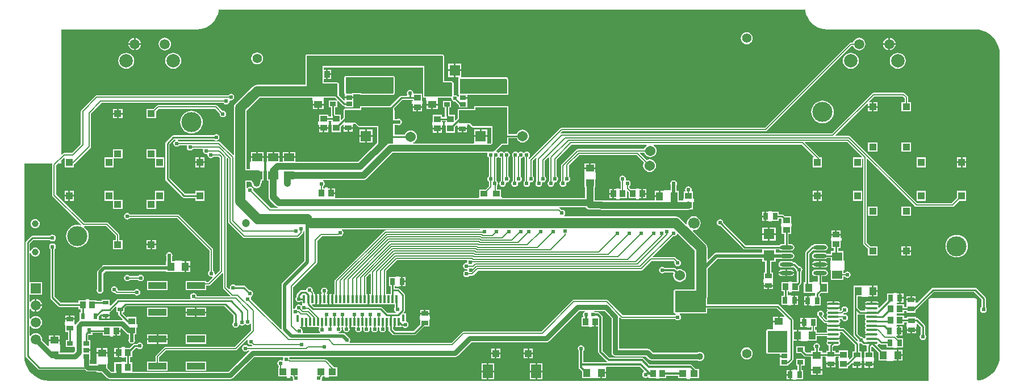
<source format=gtl>
%FSLAX25Y25*%
%MOIN*%
G70*
G01*
G75*
G04 Layer_Physical_Order=1*
G04 Layer_Color=255*
%ADD10R,0.04331X0.03937*%
%ADD11R,0.05000X0.04000*%
%ADD12R,0.03937X0.02756*%
%ADD13R,0.04000X0.03500*%
%ADD14R,0.04000X0.05000*%
%ADD15R,0.02756X0.03937*%
%ADD16R,0.03500X0.04000*%
%ADD17R,0.05906X0.04724*%
%ADD18R,0.06496X0.06299*%
%ADD19O,0.07874X0.02362*%
%ADD20O,0.06693X0.01378*%
%ADD21R,0.03543X0.02559*%
%ADD22C,0.06063*%
%ADD23R,0.06299X0.06496*%
%ADD24R,0.03347X0.02362*%
%ADD25R,0.02362X0.03347*%
%ADD26R,0.18504X0.07874*%
%ADD27R,0.01575X0.03937*%
%ADD28R,0.01181X0.04724*%
%ADD29R,0.03937X0.04331*%
%ADD30R,0.10827X0.03937*%
%ADD31C,0.01000*%
%ADD32C,0.00700*%
%ADD33C,0.01200*%
%ADD34C,0.06000*%
%ADD35C,0.02000*%
%ADD36C,0.04000*%
%ADD37C,0.03000*%
%ADD38R,0.18110X0.12598*%
%ADD39R,0.27559X0.09055*%
%ADD40R,0.27953X0.09449*%
%ADD41R,0.11417X0.12992*%
%ADD42R,0.05906X0.07874*%
%ADD43R,0.05906X0.05906*%
%ADD44C,0.05906*%
%ADD45C,0.11811*%
%ADD46C,0.07874*%
%ADD47C,0.02400*%
%ADD48C,0.06693*%
%ADD49C,0.04724*%
%ADD50C,0.05512*%
%ADD51C,0.03937*%
%ADD52C,0.04000*%
G36*
X107292Y-32648D02*
Y-44488D01*
Y-55585D01*
X95669D01*
X95396Y-55640D01*
X95165Y-55795D01*
X95010Y-56026D01*
X94956Y-56299D01*
Y-68898D01*
X95010Y-69171D01*
X95165Y-69402D01*
X95396Y-69557D01*
X95669Y-69611D01*
X95981D01*
X96132Y-70111D01*
X95874Y-70284D01*
X95674Y-70583D01*
X65010D01*
X56269Y-61841D01*
X55922Y-61609D01*
X55512Y-61528D01*
X36220D01*
X35811Y-61609D01*
X35464Y-61841D01*
X17273Y-80032D01*
X-28346D01*
X-28346Y-80032D01*
X-28756Y-80113D01*
X-29103Y-80345D01*
X-35483Y-86725D01*
X-95121D01*
X-95357Y-86225D01*
X-95061Y-85781D01*
X-94913Y-85039D01*
X-95061Y-84298D01*
X-95481Y-83670D01*
X-96109Y-83250D01*
X-96209Y-83230D01*
X-97843Y-81596D01*
X-98405Y-81220D01*
X-99068Y-81088D01*
X-101632D01*
X-101681Y-80588D01*
X-101188Y-80490D01*
X-100559Y-80070D01*
X-100139Y-79441D01*
X-99992Y-78700D01*
X-100121Y-78050D01*
X-99857Y-77550D01*
X-99277D01*
X-99013Y-78050D01*
X-99142Y-78700D01*
X-98994Y-79441D01*
X-98575Y-80070D01*
X-97946Y-80490D01*
X-97205Y-80637D01*
X-96463Y-80490D01*
X-95835Y-80070D01*
X-95415Y-79441D01*
X-95267Y-78700D01*
X-95397Y-78050D01*
X-95343Y-77948D01*
Y-74488D01*
X-94343D01*
Y-77550D01*
X-92191D01*
X-91926Y-78050D01*
X-92055Y-78700D01*
X-91908Y-79441D01*
X-91488Y-80070D01*
X-90860Y-80490D01*
X-90118Y-80637D01*
X-89377Y-80490D01*
X-88748Y-80070D01*
X-88328Y-79441D01*
X-88181Y-78700D01*
X-88310Y-78050D01*
X-88046Y-77550D01*
X-87466D01*
X-87202Y-78050D01*
X-87331Y-78700D01*
X-87183Y-79441D01*
X-86764Y-80070D01*
X-86135Y-80490D01*
X-85394Y-80637D01*
X-84652Y-80490D01*
X-84024Y-80070D01*
X-83604Y-79441D01*
X-83456Y-78700D01*
X-83586Y-78050D01*
X-83321Y-77550D01*
X-82742D01*
X-82477Y-78050D01*
X-82607Y-78700D01*
X-82459Y-79441D01*
X-82039Y-80070D01*
X-81411Y-80490D01*
X-80669Y-80637D01*
X-79928Y-80490D01*
X-79299Y-80070D01*
X-78880Y-79441D01*
X-78732Y-78700D01*
X-78861Y-78050D01*
X-78597Y-77550D01*
X-78017D01*
X-77753Y-78050D01*
X-77882Y-78700D01*
X-77735Y-79441D01*
X-77315Y-80070D01*
X-76686Y-80490D01*
X-75945Y-80637D01*
X-75204Y-80490D01*
X-74575Y-80070D01*
X-74155Y-79441D01*
X-74008Y-78700D01*
X-74137Y-78050D01*
X-74083Y-77948D01*
Y-74488D01*
X-73083D01*
Y-77550D01*
X-72444D01*
Y-79100D01*
X-72351Y-79568D01*
X-72086Y-79965D01*
X-70186Y-81865D01*
X-69789Y-82130D01*
X-69320Y-82223D01*
X-57244D01*
X-56776Y-82130D01*
X-56379Y-81865D01*
X-51648Y-77134D01*
X-48632D01*
Y-73200D01*
X-48300D01*
Y-71200D01*
X-48632D01*
Y-70044D01*
X-51300D01*
X-53969D01*
Y-71200D01*
X-54200D01*
Y-73200D01*
X-53969D01*
Y-75994D01*
X-57751Y-79777D01*
X-68814D01*
X-69997Y-78593D01*
Y-77550D01*
X-69358D01*
Y-74488D01*
X-68358D01*
Y-77550D01*
X-65206D01*
Y-77494D01*
X-64935Y-77272D01*
X-64131D01*
X-64033Y-77419D01*
X-63404Y-77839D01*
X-62663Y-77986D01*
X-61922Y-77839D01*
X-61293Y-77419D01*
X-60873Y-76790D01*
X-60726Y-76049D01*
X-60873Y-75308D01*
X-61293Y-74679D01*
X-61922Y-74259D01*
X-62253Y-74193D01*
Y-69458D01*
X-63531D01*
X-63722Y-68996D01*
X-63308Y-68582D01*
X-63043Y-68185D01*
X-62950Y-67716D01*
Y-58661D01*
X-63043Y-58193D01*
X-63308Y-57796D01*
X-66064Y-55040D01*
X-66461Y-54775D01*
X-66929Y-54682D01*
X-68855D01*
Y-53456D01*
X-68223D01*
Y-53787D01*
X-66223D01*
Y-53456D01*
X-65067D01*
Y-50787D01*
Y-48119D01*
X-66223D01*
Y-47887D01*
X-68223D01*
Y-48119D01*
X-72157D01*
Y-53456D01*
X-71302D01*
Y-58040D01*
X-73693D01*
Y-44486D01*
X-67378Y-38171D01*
X-26564D01*
X-26276Y-38580D01*
X-26292Y-38671D01*
X-26437Y-39400D01*
X-26435Y-39412D01*
X-26788Y-39765D01*
X-26800Y-39763D01*
X-27541Y-39910D01*
X-28170Y-40330D01*
X-28590Y-40959D01*
X-28737Y-41700D01*
X-28590Y-42441D01*
X-28170Y-43070D01*
X-27541Y-43490D01*
X-26800Y-43637D01*
X-26580Y-43593D01*
X-26227Y-43947D01*
X-26237Y-44000D01*
X-26231Y-44032D01*
X-26584Y-44386D01*
X-26700Y-44363D01*
X-27441Y-44510D01*
X-28070Y-44930D01*
X-28490Y-45559D01*
X-28637Y-46300D01*
X-28490Y-47041D01*
X-28070Y-47670D01*
X-27441Y-48090D01*
X-26700Y-48237D01*
X-25959Y-48090D01*
X-25330Y-47670D01*
X-25097Y-47321D01*
X-23368D01*
X-22958Y-47239D01*
X-22611Y-47007D01*
X-19975Y-44371D01*
X75877D01*
X76287Y-44289D01*
X76635Y-44057D01*
X82021Y-38671D01*
X94857D01*
X95434Y-39248D01*
X95307Y-39889D01*
X95454Y-40630D01*
X95874Y-41259D01*
X96503Y-41679D01*
X97244Y-41826D01*
X97985Y-41679D01*
X98614Y-41259D01*
X99034Y-40630D01*
X99181Y-39889D01*
X99034Y-39148D01*
X98614Y-38519D01*
X97985Y-38099D01*
X97244Y-37952D01*
X97179Y-37965D01*
X96057Y-36843D01*
X95710Y-36611D01*
X95300Y-36529D01*
X82836D01*
X82644Y-36068D01*
X94529Y-24183D01*
X94882Y-24253D01*
X95623Y-24105D01*
X96252Y-23686D01*
X96672Y-23057D01*
X96725Y-22789D01*
X97268Y-22624D01*
X107292Y-32648D01*
D02*
G37*
G36*
X-18398Y-20592D02*
X-18421Y-20629D01*
X-74200D01*
X-74610Y-20711D01*
X-74957Y-20943D01*
X-103867Y-49853D01*
X-104099Y-50201D01*
X-104181Y-50610D01*
Y-58040D01*
X-104973D01*
Y-61102D01*
Y-64165D01*
X-84713D01*
Y-61102D01*
Y-58040D01*
X-85504D01*
Y-48377D01*
X-83383Y-46256D01*
X-82921Y-46448D01*
Y-58040D01*
X-83713D01*
Y-61102D01*
Y-64165D01*
X-68901D01*
Y-65949D01*
X-69113Y-66267D01*
X-69260Y-67008D01*
X-69113Y-67749D01*
X-68693Y-68378D01*
X-68137Y-68749D01*
X-68153Y-69054D01*
X-68220Y-69249D01*
X-73115D01*
X-76300Y-66064D01*
X-76697Y-65799D01*
X-77165Y-65706D01*
X-116422D01*
X-117501Y-64626D01*
X-117310Y-64165D01*
X-115421D01*
Y-61102D01*
Y-58040D01*
X-116213D01*
Y-57520D01*
X-116294Y-57110D01*
X-116526Y-56763D01*
X-117031Y-56258D01*
X-116960Y-55905D01*
X-117108Y-55164D01*
X-117528Y-54536D01*
X-118156Y-54116D01*
X-118898Y-53968D01*
X-119639Y-54116D01*
X-120267Y-54536D01*
X-120687Y-55164D01*
X-120835Y-55905D01*
X-121228Y-55870D01*
X-121260Y-55863D01*
X-123622D01*
X-124090Y-55956D01*
X-124487Y-56221D01*
X-126062Y-57796D01*
X-126327Y-58193D01*
X-126420Y-58661D01*
Y-59556D01*
X-126567Y-59654D01*
X-126987Y-60282D01*
X-127134Y-61024D01*
X-126987Y-61765D01*
X-126567Y-62393D01*
X-125938Y-62813D01*
X-125197Y-62961D01*
X-124455Y-62813D01*
X-123827Y-62393D01*
X-123782Y-62326D01*
X-123299D01*
Y-64165D01*
X-123299Y-64165D01*
X-123299D01*
X-123257Y-64662D01*
X-123784Y-64762D01*
X-124412Y-64342D01*
X-125154Y-64194D01*
X-125895Y-64342D01*
X-126524Y-64762D01*
X-126944Y-65390D01*
X-127091Y-66132D01*
X-127501Y-66633D01*
X-127907Y-66714D01*
X-128016Y-66787D01*
X-128457Y-66552D01*
Y-53987D01*
X-114597Y-40127D01*
X-114597Y-40127D01*
X-114365Y-39780D01*
X-114284Y-39370D01*
Y-26821D01*
X-111633Y-24171D01*
X-101840D01*
X-101430Y-24089D01*
X-101374Y-24051D01*
X-100940Y-24137D01*
X-100199Y-23990D01*
X-99570Y-23570D01*
X-99150Y-22941D01*
X-99003Y-22200D01*
X-99150Y-21459D01*
X-99570Y-20830D01*
X-99927Y-20592D01*
X-99775Y-20092D01*
X-18682D01*
X-18398Y-20592D01*
D02*
G37*
G36*
X-69685Y50000D02*
Y30315D01*
X-78347Y30315D01*
Y40551D01*
X-89764D01*
X-91732Y42520D01*
X-98032D01*
Y50000D01*
X-69685Y50000D01*
D02*
G37*
G36*
X-166425Y21210D02*
Y-15748D01*
X-166343Y-16158D01*
X-166111Y-16505D01*
X-157844Y-24773D01*
X-157496Y-25005D01*
X-157087Y-25086D01*
X-125984D01*
X-125575Y-25005D01*
X-125227Y-24773D01*
X-122865Y-22411D01*
X-122633Y-22063D01*
X-122552Y-21654D01*
X-122613Y-21343D01*
X-122260Y-21009D01*
X-121812Y-21145D01*
Y-38652D01*
X-134690Y-51530D01*
X-135066Y-52093D01*
X-135198Y-52756D01*
Y-78723D01*
X-135237Y-78759D01*
X-135663Y-78965D01*
X-153251Y-61377D01*
X-153181Y-61024D01*
X-153328Y-60282D01*
X-153428Y-60134D01*
X-153236Y-59672D01*
X-153196Y-59664D01*
X-152567Y-59244D01*
X-152147Y-58615D01*
X-152000Y-57874D01*
X-152147Y-57133D01*
X-152567Y-56504D01*
X-153196Y-56084D01*
X-153937Y-55937D01*
X-154110Y-55971D01*
X-156538Y-53543D01*
X-156935Y-53277D01*
X-157403Y-53184D01*
X-162235D01*
X-162332Y-53038D01*
X-162961Y-52618D01*
X-163702Y-52471D01*
X-164444Y-52618D01*
X-165072Y-53038D01*
X-165492Y-53667D01*
X-165640Y-54408D01*
X-165499Y-55115D01*
X-165521Y-55144D01*
X-166026Y-55295D01*
X-167433Y-53887D01*
Y21565D01*
X-166971Y21757D01*
X-166425Y21210D01*
D02*
G37*
G36*
X-111417Y65354D02*
X-102362D01*
Y57874D01*
X-120472D01*
Y81890D01*
X-111417D01*
Y65354D01*
D02*
G37*
G36*
X-40551Y81496D02*
Y66142D01*
X-35433D01*
X-35039Y65748D01*
Y57874D01*
X-51575D01*
Y81890D01*
X-40945D01*
X-40551Y81496D01*
D02*
G37*
G36*
X-122689Y-77550D02*
X-121327D01*
Y-74488D01*
X-120327D01*
Y-77550D01*
X-113418D01*
X-113151Y-78050D01*
X-113290Y-78259D01*
X-113437Y-79000D01*
X-113290Y-79741D01*
X-112870Y-80370D01*
X-112543Y-80588D01*
X-112695Y-81088D01*
X-122784D01*
X-122998Y-80588D01*
X-122866Y-79921D01*
X-123013Y-79180D01*
X-123433Y-78551D01*
X-124062Y-78132D01*
X-124470Y-78050D01*
X-124420Y-77550D01*
X-123689D01*
Y-74488D01*
X-122689D01*
Y-77550D01*
D02*
G37*
G36*
X-163428Y-70586D02*
Y-74517D01*
X-163575Y-74614D01*
X-163995Y-75243D01*
X-164142Y-75984D01*
X-163995Y-76726D01*
X-163575Y-77354D01*
X-162946Y-77774D01*
X-162205Y-77921D01*
X-161463Y-77774D01*
X-160835Y-77354D01*
X-160415Y-76726D01*
X-160335Y-76324D01*
X-160011Y-76226D01*
X-159800Y-76196D01*
X-159206Y-76593D01*
X-158465Y-76740D01*
X-157723Y-76593D01*
X-157095Y-76173D01*
X-156960Y-75972D01*
X-156488Y-75779D01*
X-156342Y-75877D01*
X-155859Y-76199D01*
X-155118Y-76347D01*
X-154377Y-76199D01*
X-153748Y-75779D01*
X-153539Y-75466D01*
X-153039Y-75618D01*
Y-79478D01*
X-162648Y-89087D01*
X-203543D01*
X-203543Y-89087D01*
X-203953Y-89168D01*
X-204300Y-89401D01*
X-204300Y-89401D01*
X-208926Y-94026D01*
X-209158Y-94374D01*
X-209240Y-94784D01*
Y-97725D01*
X-214283D01*
Y-103062D01*
X-202056D01*
Y-97725D01*
X-207099D01*
Y-95227D01*
X-203100Y-91228D01*
X-162205D01*
X-161795Y-91147D01*
X-161448Y-90914D01*
X-155488Y-84955D01*
X-155090Y-85259D01*
X-155237Y-86000D01*
X-155090Y-86741D01*
X-154670Y-87370D01*
X-154041Y-87790D01*
X-153300Y-87937D01*
X-152947Y-87867D01*
X-152385Y-88429D01*
X-152394Y-88547D01*
X-152550Y-88929D01*
X-154930D01*
X-155130Y-88630D01*
X-155759Y-88210D01*
X-156500Y-88063D01*
X-157241Y-88210D01*
X-157870Y-88630D01*
X-158290Y-89259D01*
X-158437Y-90000D01*
X-158290Y-90741D01*
X-157870Y-91370D01*
X-157241Y-91790D01*
X-156500Y-91937D01*
X-155759Y-91790D01*
X-155130Y-91370D01*
X-154930Y-91071D01*
X-154399D01*
X-154192Y-91571D01*
X-166283Y-103662D01*
X-222950D01*
Y-98300D01*
X-224176D01*
Y-95200D01*
X-222950D01*
Y-91780D01*
X-220975Y-89806D01*
X-219971D01*
X-219874Y-89952D01*
X-219245Y-90372D01*
X-218504Y-90520D01*
X-217763Y-90372D01*
X-217134Y-89952D01*
X-216714Y-89324D01*
X-216567Y-88583D01*
X-216714Y-87841D01*
X-217134Y-87213D01*
X-217763Y-86793D01*
X-218504Y-86646D01*
X-219245Y-86793D01*
X-219874Y-87213D01*
X-219971Y-87359D01*
X-221482D01*
X-221951Y-87452D01*
X-222347Y-87717D01*
X-224430Y-89800D01*
X-227250D01*
Y-89300D01*
X-229050D01*
Y-89800D01*
X-230400D01*
Y-92500D01*
Y-95200D01*
X-229050D01*
Y-95600D01*
X-227250D01*
Y-95200D01*
X-226623D01*
Y-98300D01*
X-227250D01*
Y-97900D01*
X-229050D01*
Y-98300D01*
X-233350D01*
Y-103662D01*
X-235140D01*
X-237450Y-101353D01*
Y-99200D01*
X-237150D01*
Y-95200D01*
X-237450D01*
Y-93175D01*
X-243850D01*
Y-95200D01*
X-243950D01*
Y-99082D01*
X-247682D01*
Y-96720D01*
X-247454D01*
Y-92980D01*
Y-91500D01*
X-249925D01*
Y-90500D01*
X-247454D01*
Y-89239D01*
Y-85280D01*
X-248702D01*
Y-82105D01*
X-246269D01*
Y-80956D01*
X-240233D01*
Y-82621D01*
X-235933D01*
Y-83021D01*
X-234134D01*
Y-82621D01*
X-232784D01*
Y-79921D01*
X-232283D01*
Y-79421D01*
X-229834D01*
Y-78377D01*
X-229333Y-78170D01*
X-226417Y-81086D01*
X-225850Y-81465D01*
Y-81950D01*
X-224883D01*
Y-84528D01*
X-224939Y-84613D01*
X-225087Y-85354D01*
X-224939Y-86096D01*
X-224519Y-86724D01*
X-223891Y-87144D01*
X-223150Y-87292D01*
X-222408Y-87144D01*
X-221780Y-86724D01*
X-221360Y-86096D01*
X-221212Y-85354D01*
X-221360Y-84613D01*
X-221416Y-84528D01*
Y-81950D01*
X-220450D01*
Y-77650D01*
X-219950D01*
Y-75850D01*
X-220450D01*
Y-71550D01*
X-225850D01*
Y-71550D01*
X-226186Y-71689D01*
X-228495Y-69381D01*
X-228288Y-68881D01*
X-227544D01*
Y-66357D01*
X-226411Y-65223D01*
X-168790D01*
X-163428Y-70586D01*
D02*
G37*
G36*
X-232291Y-65776D02*
Y-68881D01*
X-231141D01*
Y-69689D01*
X-231048Y-70157D01*
X-230783Y-70554D01*
X-228439Y-72898D01*
X-228685Y-73358D01*
X-228740Y-73348D01*
X-242528D01*
Y-71117D01*
X-241217Y-69806D01*
X-240755Y-69997D01*
Y-70240D01*
X-238382D01*
X-236009D01*
Y-68859D01*
X-235772Y-68457D01*
X-235752Y-68453D01*
X-235355Y-68188D01*
X-232752Y-65585D01*
X-232291Y-65776D01*
D02*
G37*
G36*
X-120746Y57215D02*
X-120472Y57160D01*
X-117280D01*
Y55675D01*
X-116980D01*
Y53650D01*
X-113779D01*
X-110580D01*
Y55675D01*
X-110479D01*
Y57160D01*
X-103772D01*
X-102607Y55995D01*
X-102815Y55495D01*
X-107499D01*
Y51536D01*
X-106251D01*
Y46710D01*
X-106230Y46605D01*
X-106623Y46105D01*
X-107930D01*
Y47332D01*
X-113330D01*
Y43032D01*
X-113730D01*
Y41232D01*
X-113330D01*
Y39882D01*
X-110630D01*
X-107930D01*
Y41232D01*
X-107430D01*
Y43032D01*
X-107930D01*
Y43658D01*
X-105900D01*
Y43032D01*
X-106300D01*
Y41232D01*
X-105900D01*
Y36932D01*
X-100500D01*
Y40352D01*
X-99525Y41326D01*
X-99063Y41135D01*
Y41032D01*
X-98731D01*
Y39876D01*
X-96063D01*
X-93395D01*
Y41032D01*
X-93163D01*
Y41806D01*
X-92028D01*
X-90268Y40047D01*
X-90037Y39892D01*
X-89764Y39838D01*
X-79060D01*
Y30697D01*
X-90154Y19602D01*
X-126709D01*
Y19629D01*
X-127056D01*
Y21744D01*
X-130709D01*
X-134361D01*
Y19629D01*
X-134809D01*
Y19602D01*
X-136158D01*
Y19629D01*
X-136505D01*
Y21744D01*
X-140157D01*
X-143810D01*
Y19629D01*
X-144257D01*
Y14129D01*
X-143810D01*
Y8552D01*
X-142881D01*
Y6693D01*
Y-1181D01*
X-142788Y-1886D01*
X-142516Y-2543D01*
X-142083Y-3107D01*
X-138764Y-6426D01*
X-138200Y-6859D01*
X-137543Y-7130D01*
X-137584Y-7629D01*
X-141656D01*
X-151833Y2547D01*
X-151763Y2900D01*
X-151910Y3641D01*
X-152330Y4270D01*
X-152959Y4690D01*
X-153700Y4837D01*
X-154441Y4690D01*
X-155070Y4270D01*
X-155217Y4050D01*
X-155717Y4201D01*
Y7882D01*
X-153389D01*
X-153373Y7801D01*
X-152997Y7239D01*
X-152692Y6933D01*
X-152723Y6693D01*
X-152630Y5988D01*
X-152358Y5331D01*
X-151926Y4767D01*
X-151362Y4335D01*
X-150705Y4062D01*
X-150000Y3970D01*
X-149295Y4062D01*
X-148638Y4335D01*
X-148074Y4767D01*
X-147642Y5331D01*
X-147370Y5988D01*
X-147277Y6693D01*
X-147308Y6933D01*
X-147200Y7042D01*
X-146824Y7604D01*
X-146692Y8268D01*
Y8552D01*
X-145954D01*
Y11013D01*
X-145874Y11614D01*
X-145954Y12216D01*
Y14129D01*
X-145606D01*
Y19629D01*
X-145954D01*
Y21744D01*
X-149606D01*
X-153259D01*
Y19629D01*
X-153706D01*
Y15346D01*
X-155717D01*
Y49635D01*
X-148088Y57264D01*
X-120820D01*
X-120746Y57215D01*
D02*
G37*
G36*
X172086Y108257D02*
X172564Y106266D01*
X173348Y104374D01*
X174418Y102628D01*
X175748Y101071D01*
X177305Y99740D01*
X179051Y98671D01*
X180943Y97887D01*
X182935Y97409D01*
X184976Y97248D01*
Y97265D01*
X271654D01*
X271720Y97278D01*
X273928Y97104D01*
X276148Y96571D01*
X278256Y95698D01*
X280202Y94506D01*
X281937Y93024D01*
X283419Y91288D01*
X284611Y89342D01*
X285485Y87234D01*
X286017Y85015D01*
X286191Y82806D01*
X286178Y82740D01*
Y-94488D01*
X286191Y-94554D01*
X286017Y-96763D01*
X285485Y-98982D01*
X284611Y-101091D01*
X283419Y-103036D01*
X281937Y-104771D01*
X280202Y-106254D01*
X278256Y-107446D01*
X276148Y-108319D01*
X273928Y-108852D01*
X273344Y-108898D01*
X272977Y-108559D01*
Y-61798D01*
X272884Y-61330D01*
X272619Y-60933D01*
X272222Y-60668D01*
X271754Y-60575D01*
X245769D01*
X245301Y-60668D01*
X244904Y-60933D01*
X244639Y-61330D01*
X244546Y-61798D01*
Y-109013D01*
X-111523D01*
X-111791Y-108513D01*
X-111596Y-108222D01*
X-111449Y-107480D01*
X-111519Y-107127D01*
X-111286Y-106895D01*
X-111286Y-106895D01*
X-111054Y-106547D01*
X-111038Y-106468D01*
X-109697D01*
Y-107300D01*
X-107597D01*
Y-106468D01*
X-102485D01*
Y-101131D01*
X-104492D01*
X-104593Y-100979D01*
X-108692Y-96881D01*
X-109039Y-96649D01*
X-109449Y-96567D01*
X-130106D01*
X-130659Y-96014D01*
X-130710Y-95759D01*
X-130854Y-95543D01*
X-130587Y-95043D01*
X-33351D01*
X-32493Y-94872D01*
X-31765Y-94386D01*
X-23874Y-86495D01*
X20079D01*
X20937Y-86324D01*
X21665Y-85838D01*
X39512Y-67991D01*
X42687D01*
X42763Y-68486D01*
X42134Y-68906D01*
X41714Y-69534D01*
X41567Y-70276D01*
X41714Y-71017D01*
X41843Y-71210D01*
X41576Y-71710D01*
X40863D01*
Y-77109D01*
X45163D01*
Y-77509D01*
X46963D01*
Y-77109D01*
X48313D01*
Y-74409D01*
X49313D01*
Y-77109D01*
X50643D01*
Y-92126D01*
X50744Y-92633D01*
X51031Y-93063D01*
X55749Y-97781D01*
X55748Y-97810D01*
X55594Y-98281D01*
X41877D01*
Y-91557D01*
X41921Y-91527D01*
X42341Y-90899D01*
X42488Y-90158D01*
X42341Y-89416D01*
X41921Y-88788D01*
X41293Y-88368D01*
X40551Y-88220D01*
X39810Y-88368D01*
X39181Y-88788D01*
X38761Y-89416D01*
X38614Y-90158D01*
X38761Y-90899D01*
X39181Y-91527D01*
X39226Y-91557D01*
Y-99606D01*
Y-101171D01*
X39327Y-101678D01*
X39614Y-102108D01*
X41011Y-103505D01*
Y-107531D01*
X46237D01*
Y-107631D01*
X50237D01*
Y-107531D01*
X51862D01*
Y-104331D01*
X52362D01*
Y-103831D01*
X55062D01*
Y-101131D01*
X55480Y-100932D01*
X75053D01*
X77411Y-103290D01*
X77324Y-103910D01*
X76977Y-104142D01*
X76557Y-104771D01*
X76409Y-105512D01*
X76557Y-106253D01*
X76977Y-106882D01*
X77605Y-107302D01*
X78347Y-107449D01*
X79088Y-107302D01*
X79716Y-106882D01*
X79733Y-106857D01*
X80233Y-107008D01*
Y-107424D01*
X84533D01*
Y-107824D01*
X86333D01*
Y-107424D01*
X90633D01*
Y-106050D01*
X97332D01*
Y-107393D01*
X102543D01*
Y-108224D01*
X104643D01*
Y-107393D01*
X109755D01*
Y-102056D01*
X107854D01*
X107827Y-102015D01*
X105662Y-99850D01*
X105232Y-99563D01*
X104724Y-99462D01*
X80864D01*
X77315Y-95913D01*
X76885Y-95626D01*
X76378Y-95525D01*
X57242D01*
X53294Y-91577D01*
Y-71653D01*
X53193Y-71146D01*
X52906Y-70716D01*
X51528Y-69338D01*
X51098Y-69051D01*
X50591Y-68950D01*
X48840D01*
X48811Y-68906D01*
X48182Y-68486D01*
X48258Y-67991D01*
X54126D01*
X58387Y-72252D01*
Y-92520D01*
X58558Y-93378D01*
X59044Y-94106D01*
X59772Y-94592D01*
X60630Y-94763D01*
X78598D01*
X80304Y-96468D01*
X81031Y-96954D01*
X81890Y-97125D01*
X108724D01*
X108875Y-97240D01*
X109531Y-97512D01*
X110236Y-97605D01*
X110941Y-97512D01*
X111598Y-97240D01*
X112162Y-96808D01*
X112595Y-96244D01*
X112867Y-95587D01*
X112960Y-94882D01*
X112867Y-94177D01*
X112595Y-93520D01*
X112162Y-92956D01*
X111598Y-92523D01*
X110941Y-92251D01*
X110236Y-92159D01*
X109531Y-92251D01*
X108875Y-92523D01*
X108724Y-92639D01*
X82819D01*
X81114Y-90934D01*
X80386Y-90447D01*
X79528Y-90277D01*
X62873D01*
Y-72127D01*
X63335Y-71936D01*
X63810Y-72411D01*
X64157Y-72643D01*
X64567Y-72724D01*
X95674D01*
X95874Y-73023D01*
X96503Y-73443D01*
X97244Y-73591D01*
X97985Y-73443D01*
X98614Y-73023D01*
X99034Y-72395D01*
X99181Y-71653D01*
X99034Y-70912D01*
X98614Y-70284D01*
X98356Y-70111D01*
X98508Y-69611D01*
X113779D01*
X114053Y-69557D01*
X114284Y-69402D01*
X114439Y-69171D01*
X114493Y-68898D01*
Y-66578D01*
X155399D01*
X159863Y-71042D01*
X159588Y-71475D01*
X157000D01*
Y-74175D01*
X156500D01*
Y-74675D01*
X153300D01*
Y-76700D01*
X153200D01*
Y-78814D01*
X150000D01*
X149727Y-78868D01*
X149495Y-79023D01*
X149341Y-79254D01*
X149286Y-79528D01*
Y-92520D01*
X149341Y-92793D01*
X149495Y-93024D01*
X149727Y-93179D01*
X150000Y-93233D01*
X157304D01*
Y-94000D01*
X159776D01*
Y-95000D01*
X157304D01*
Y-96479D01*
Y-100220D01*
X162247D01*
Y-99414D01*
X162464Y-99370D01*
X162861Y-99105D01*
X164645Y-97322D01*
X164910Y-96925D01*
X165003Y-96457D01*
Y-85625D01*
X167033D01*
Y-82425D01*
Y-79225D01*
X165003D01*
Y-73228D01*
X164910Y-72760D01*
X164645Y-72363D01*
X156771Y-64489D01*
X156374Y-64224D01*
X155905Y-64131D01*
X114493D01*
Y-61135D01*
X114628Y-60808D01*
X114755Y-59842D01*
Y-44488D01*
Y-43207D01*
X120541Y-37422D01*
X146839D01*
Y-39283D01*
X148660D01*
Y-45560D01*
X147725D01*
Y-49494D01*
X147394D01*
Y-51494D01*
X147725D01*
Y-52650D01*
X150394D01*
X153062D01*
Y-51494D01*
X153294D01*
Y-49494D01*
X153062D01*
Y-45560D01*
X152127D01*
Y-39283D01*
X154735D01*
Y-37422D01*
X157476D01*
X157534Y-37461D01*
X158268Y-37607D01*
X163779D01*
X164514Y-37461D01*
X165136Y-37045D01*
X165551Y-36423D01*
X165698Y-35689D01*
X165551Y-34955D01*
X165136Y-34333D01*
X164514Y-33917D01*
X163779Y-33771D01*
X158268D01*
X157534Y-33917D01*
X157476Y-33956D01*
X154735D01*
Y-31912D01*
X156823D01*
X156912Y-32045D01*
X157534Y-32461D01*
X158268Y-32607D01*
X163779D01*
X164514Y-32461D01*
X165136Y-32045D01*
X165551Y-31423D01*
X165698Y-30689D01*
X165551Y-29955D01*
X165136Y-29333D01*
X164514Y-28917D01*
X163779Y-28771D01*
X162247D01*
Y-22917D01*
X163724D01*
Y-18617D01*
X164224D01*
Y-16816D01*
X163724D01*
Y-12517D01*
X160304D01*
X159515Y-11727D01*
X159118Y-11462D01*
X158650Y-11369D01*
X156409D01*
Y-9924D01*
X152475D01*
Y-9593D01*
X150475D01*
Y-9924D01*
X149319D01*
Y-12593D01*
Y-15261D01*
X150475D01*
Y-15493D01*
X152475D01*
Y-15261D01*
X156409D01*
Y-13816D01*
X158143D01*
X158324Y-13997D01*
Y-16816D01*
X157924D01*
Y-18617D01*
X158324D01*
Y-22917D01*
X159800D01*
Y-28771D01*
X158268D01*
X157534Y-28917D01*
X156912Y-29333D01*
X156823Y-29465D01*
X137101D01*
X123950Y-16314D01*
X123985Y-16142D01*
X123837Y-15400D01*
X123417Y-14772D01*
X122789Y-14352D01*
X122047Y-14205D01*
X121306Y-14352D01*
X120677Y-14772D01*
X120257Y-15400D01*
X120110Y-16142D01*
X120257Y-16883D01*
X120677Y-17512D01*
X121306Y-17932D01*
X122047Y-18079D01*
X122220Y-18045D01*
X135729Y-31554D01*
X136126Y-31819D01*
X136594Y-31912D01*
X146839D01*
Y-33956D01*
X119823D01*
X119159Y-34088D01*
X118597Y-34463D01*
X115217Y-37843D01*
X114755Y-37652D01*
Y-31102D01*
X114628Y-30136D01*
X114256Y-29236D01*
X113663Y-28464D01*
X106233Y-21034D01*
X106454Y-20585D01*
X106693Y-20617D01*
X107749Y-20478D01*
X108734Y-20070D01*
X109579Y-19421D01*
X110228Y-18576D01*
X110635Y-17592D01*
X110774Y-16535D01*
X110635Y-15479D01*
X110228Y-14495D01*
X109579Y-13649D01*
X108734Y-13001D01*
X107749Y-12593D01*
X106693Y-12454D01*
X105637Y-12593D01*
X104652Y-13001D01*
X103807Y-13649D01*
X103158Y-14495D01*
X102751Y-15479D01*
X102611Y-16535D01*
X102643Y-16774D01*
X102194Y-16996D01*
X98920Y-13721D01*
X98147Y-13128D01*
X97247Y-12755D01*
X96281Y-12628D01*
X30585D01*
X30433Y-12128D01*
X30670Y-11970D01*
X31090Y-11341D01*
X31237Y-10600D01*
X31090Y-9859D01*
X30670Y-9230D01*
X30041Y-8810D01*
X29300Y-8663D01*
X28947Y-8733D01*
X28157Y-7943D01*
X27828Y-7723D01*
X27821Y-7686D01*
X27930Y-7223D01*
X43293D01*
X43311Y-7267D01*
X43744Y-7831D01*
X44308Y-8264D01*
X44964Y-8536D01*
X45669Y-8629D01*
X51822D01*
X52444Y-8711D01*
X103455D01*
X104160Y-8618D01*
X104808Y-8350D01*
X106243D01*
Y-6076D01*
X106267Y-5900D01*
X106243Y-5723D01*
Y-4050D01*
X106743D01*
Y-2250D01*
X106243D01*
Y2050D01*
X105649D01*
X105361Y2550D01*
X105481Y3150D01*
X105333Y3891D01*
X104913Y4519D01*
X104285Y4939D01*
X103543Y5087D01*
X102802Y4939D01*
X102173Y4519D01*
X101753Y3891D01*
X101606Y3150D01*
X101725Y2550D01*
X101437Y2050D01*
X100843D01*
Y-2250D01*
X100443D01*
Y-3264D01*
X97994D01*
Y-787D01*
X97970Y-610D01*
Y2413D01*
X96615D01*
Y5867D01*
X96672Y5952D01*
X96819Y6693D01*
X96672Y7434D01*
X96252Y8063D01*
X95623Y8483D01*
X94882Y8630D01*
X94140Y8483D01*
X93512Y8063D01*
X93092Y7434D01*
X92945Y6693D01*
X93092Y5952D01*
X93149Y5867D01*
Y3211D01*
X93145Y2713D01*
X89145D01*
Y2413D01*
X87120D01*
Y-787D01*
X86620D01*
Y-1287D01*
X83920D01*
Y-3264D01*
X52984D01*
X52362Y-3182D01*
X48393D01*
Y-394D01*
Y4392D01*
X48869D01*
Y9217D01*
X49169D01*
Y13217D01*
X48869D01*
Y15243D01*
X42469D01*
Y13217D01*
X42369D01*
Y9217D01*
X42469D01*
Y4392D01*
X42946D01*
Y-394D01*
Y-1777D01*
X-5905D01*
Y-1068D01*
X-6405D01*
Y3232D01*
X-8772D01*
Y5464D01*
X-8446Y5952D01*
X-8299Y6693D01*
X-8446Y7434D01*
X-8866Y8063D01*
X-9166Y8263D01*
Y21741D01*
X-8708Y21832D01*
X-8079Y22252D01*
X-7669D01*
X-7041Y21832D01*
X-6582Y21741D01*
Y8263D01*
X-6882Y8063D01*
X-7302Y7434D01*
X-7449Y6693D01*
X-7302Y5952D01*
X-6882Y5323D01*
X-6253Y4903D01*
X-5512Y4756D01*
X-4770Y4903D01*
X-4142Y5323D01*
X-3722Y5952D01*
X-3575Y6693D01*
X-3656Y7102D01*
X-3231Y7528D01*
X-3150Y7512D01*
X-2408Y7659D01*
X-1780Y8079D01*
X-1360Y8708D01*
X-1212Y9449D01*
X-1360Y10190D01*
X-1780Y10819D01*
X-2079Y11019D01*
Y22052D01*
X-1780Y22252D01*
X-1360Y22881D01*
X-1212Y23622D01*
X-1360Y24363D01*
X-1780Y24992D01*
X-2408Y25412D01*
X-3150Y25559D01*
X-3891Y25412D01*
X-4519Y24992D01*
X-4929D01*
X-5558Y25412D01*
X-6299Y25559D01*
X-7041Y25412D01*
X-7669Y24992D01*
X-8079D01*
X-8708Y25412D01*
X-8957Y25461D01*
X-9121Y26004D01*
X-5693Y29432D01*
X-2847D01*
X-2573Y29486D01*
X-2342Y29641D01*
X-2187Y29873D01*
X-2133Y30146D01*
Y30698D01*
X-2056D01*
Y33422D01*
X2767D01*
X3040Y32764D01*
X3638Y31984D01*
X4417Y31386D01*
X5325Y31010D01*
X6299Y30882D01*
X7273Y31010D01*
X8181Y31386D01*
X8961Y31984D01*
X9559Y32764D01*
X9935Y33672D01*
X10063Y34646D01*
X9935Y35620D01*
X9559Y36527D01*
X8961Y37307D01*
X8181Y37905D01*
X7273Y38281D01*
X6299Y38409D01*
X5325Y38281D01*
X4417Y37905D01*
X3638Y37307D01*
X3040Y36527D01*
X2767Y35869D01*
X-2056D01*
Y38594D01*
X-2133D01*
Y49831D01*
X-2187Y50104D01*
X-2253Y50202D01*
Y52062D01*
X-22157D01*
Y50545D01*
X-31193D01*
X-31466Y50490D01*
X-31698Y50335D01*
X-31852Y50104D01*
X-31907Y49831D01*
Y45189D01*
X-33108Y43987D01*
X-33571Y44179D01*
Y47045D01*
X-36966D01*
Y51367D01*
X-35717D01*
Y55326D01*
X-40661D01*
Y51367D01*
X-39413D01*
Y46513D01*
X-39375Y46324D01*
X-39727Y45824D01*
X-41051D01*
Y47051D01*
X-46451D01*
Y42751D01*
X-46851D01*
Y40951D01*
X-46451D01*
Y39601D01*
X-43751D01*
X-41051D01*
Y40951D01*
X-40551D01*
Y42751D01*
X-41051D01*
Y43377D01*
X-38971D01*
Y42745D01*
X-39371D01*
Y40945D01*
X-38971D01*
Y36645D01*
X-33571D01*
Y40065D01*
X-32596Y41039D01*
X-32134Y40848D01*
Y40632D01*
X-31802D01*
Y39476D01*
X-29134D01*
X-26465D01*
Y40632D01*
X-26234D01*
Y41637D01*
X-25189D01*
X-23430Y39877D01*
X-23198Y39722D01*
X-22925Y39668D01*
X-12222D01*
Y30606D01*
X-12545Y30282D01*
X-14351D01*
X-14556Y30698D01*
X-14556Y30782D01*
Y34146D01*
X-22255D01*
Y30782D01*
X-22255Y30698D01*
X-22460Y30282D01*
X-57975D01*
X-58074Y30782D01*
X-57567Y30992D01*
X-56788Y31591D01*
X-56189Y32370D01*
X-55813Y33278D01*
X-55685Y34252D01*
X-55813Y35226D01*
X-56189Y36134D01*
X-56788Y36913D01*
X-57567Y37511D01*
X-58475Y37887D01*
X-59449Y38016D01*
X-60423Y37887D01*
X-61331Y37511D01*
X-62110Y36913D01*
X-62708Y36134D01*
X-62981Y35476D01*
X-68971D01*
Y41180D01*
X-67361D01*
X-67277Y41124D01*
X-66535Y40976D01*
X-65794Y41124D01*
X-65166Y41544D01*
X-64746Y42172D01*
X-64598Y42913D01*
X-64746Y43655D01*
X-65166Y44283D01*
X-65794Y44703D01*
X-66535Y44851D01*
X-67277Y44703D01*
X-67361Y44647D01*
X-68971D01*
Y50000D01*
X-69026Y50273D01*
X-69180Y50505D01*
X-69182Y50506D01*
Y51135D01*
X-64460Y55857D01*
X-58212D01*
Y55231D01*
X-58712D01*
Y53431D01*
X-58212D01*
Y52081D01*
X-55512D01*
X-52812D01*
Y53431D01*
X-52412D01*
Y55231D01*
X-52812D01*
Y59531D01*
X-57649D01*
X-57905Y59842D01*
X-58053Y60584D01*
X-58473Y61212D01*
X-59101Y61632D01*
X-59842Y61780D01*
X-60584Y61632D01*
X-61212Y61212D01*
X-61632Y60584D01*
X-61780Y59842D01*
X-61632Y59101D01*
X-61434Y58804D01*
X-61701Y58304D01*
X-64966D01*
X-65435Y58211D01*
X-65832Y57946D01*
X-71715Y52062D01*
X-89086D01*
Y50714D01*
X-98032D01*
X-98305Y50659D01*
X-98536Y50505D01*
X-98691Y50273D01*
X-98745Y50000D01*
Y45567D01*
X-100038Y44274D01*
X-100500Y44466D01*
Y47332D01*
X-103804D01*
Y51536D01*
X-102556D01*
Y55237D01*
X-102056Y55444D01*
X-99263Y52651D01*
X-98866Y52385D01*
X-98398Y52292D01*
X-98050D01*
Y51536D01*
X-93107D01*
Y55276D01*
Y56756D01*
X-95579D01*
X-98050D01*
Y55606D01*
X-98550Y55399D01*
X-101648Y58497D01*
Y65354D01*
X-101703Y65627D01*
X-101857Y65859D01*
X-102089Y66014D01*
X-102362Y66068D01*
X-110385D01*
Y68166D01*
X-109167D01*
Y70866D01*
Y73566D01*
X-110385D01*
Y75008D01*
X-52289D01*
Y57874D01*
X-52234Y57601D01*
X-52079Y57369D01*
X-51848Y57215D01*
X-51575Y57160D01*
X-50350D01*
Y55680D01*
X-50050D01*
Y53655D01*
X-46850D01*
X-43650D01*
Y55680D01*
X-43550D01*
Y57160D01*
X-35703D01*
X-35386Y56774D01*
X-35402Y56693D01*
X-35254Y55952D01*
X-34834Y55323D01*
X-34206Y54903D01*
X-33465Y54756D01*
X-33292Y54790D01*
X-31212Y52710D01*
Y51367D01*
X-26269D01*
Y55107D01*
Y56587D01*
X-28740D01*
Y57587D01*
X-26269D01*
Y58735D01*
X-3150D01*
X-2877Y58789D01*
X-2645Y58944D01*
X-2633Y58961D01*
X-2253D01*
Y68235D01*
X-2436D01*
Y68504D01*
X-2490Y68777D01*
X-2645Y69009D01*
X-2877Y69163D01*
X-3150Y69218D01*
X-29239D01*
X-29713Y69280D01*
X-29713Y69718D01*
Y72728D01*
X-33063D01*
Y69280D01*
X-31633D01*
X-31366Y68780D01*
X-31368Y68777D01*
X-31422Y68504D01*
Y59449D01*
X-31368Y59176D01*
X-31213Y58944D01*
X-31212Y58943D01*
Y57856D01*
X-31306Y57782D01*
X-31978Y57888D01*
X-32095Y58063D01*
X-32723Y58483D01*
X-33465Y58630D01*
X-33826Y58558D01*
X-34326Y58958D01*
Y65748D01*
X-34380Y66021D01*
X-34535Y66253D01*
X-34928Y66646D01*
X-35160Y66801D01*
X-35433Y66855D01*
X-39838D01*
Y81496D01*
X-39892Y81769D01*
X-40047Y82001D01*
X-40440Y82394D01*
X-40672Y82549D01*
X-40945Y82604D01*
X-51575D01*
X-51848Y82549D01*
X-51963Y82472D01*
X-111029D01*
X-111144Y82549D01*
X-111417Y82604D01*
X-120472D01*
X-120746Y82549D01*
X-120977Y82394D01*
X-121132Y82163D01*
X-121186Y81890D01*
Y64728D01*
X-149634D01*
X-150600Y64601D01*
X-151500Y64228D01*
X-152273Y63635D01*
X-162088Y53820D01*
X-162681Y53047D01*
X-163054Y52147D01*
X-163181Y51181D01*
Y23681D01*
X-163681Y23474D01*
X-171279Y31072D01*
X-171626Y31304D01*
X-172036Y31385D01*
X-195202D01*
X-195402Y31685D01*
X-196030Y32105D01*
X-196181Y32135D01*
X-196132Y32635D01*
X-175090D01*
X-174992Y32489D01*
X-174363Y32068D01*
X-173622Y31921D01*
X-172881Y32068D01*
X-172252Y32489D01*
X-171832Y33117D01*
X-171685Y33858D01*
X-171832Y34600D01*
X-172252Y35228D01*
X-172881Y35648D01*
X-173622Y35796D01*
X-174363Y35648D01*
X-174992Y35228D01*
X-175090Y35082D01*
X-198670D01*
X-199138Y34989D01*
X-199535Y34723D01*
X-203149Y31110D01*
X-203414Y30713D01*
X-203507Y30244D01*
Y9370D01*
X-203414Y8902D01*
X-203149Y8505D01*
X-193306Y-1338D01*
X-192909Y-1603D01*
X-192441Y-1696D01*
X-185897D01*
Y-3338D01*
X-180560D01*
Y2393D01*
X-185897D01*
Y751D01*
X-191934D01*
X-201060Y9877D01*
Y29738D01*
X-198163Y32635D01*
X-197411D01*
X-197362Y32135D01*
X-197513Y32105D01*
X-198142Y31685D01*
X-198561Y31056D01*
X-198709Y30315D01*
X-198561Y29574D01*
X-198142Y28945D01*
X-197513Y28525D01*
X-196772Y28378D01*
X-196030Y28525D01*
X-195402Y28945D01*
X-195202Y29244D01*
X-191000D01*
X-190839Y28943D01*
X-190779Y28744D01*
X-190914Y28065D01*
X-190766Y27324D01*
X-190346Y26695D01*
X-189718Y26275D01*
X-188976Y26128D01*
X-188235Y26275D01*
X-187607Y26695D01*
X-187294Y27164D01*
X-181552D01*
X-181391Y26862D01*
X-181330Y26664D01*
X-181465Y25984D01*
X-181317Y25243D01*
X-180897Y24614D01*
X-180269Y24194D01*
X-179528Y24047D01*
X-179118Y24128D01*
X-178693Y23703D01*
X-178709Y23622D01*
X-178561Y22881D01*
X-178141Y22252D01*
X-177513Y21832D01*
X-176772Y21685D01*
X-176030Y21832D01*
X-175402Y22252D01*
X-175202Y22551D01*
X-172097D01*
X-171543Y21997D01*
Y-44242D01*
X-174106Y-46805D01*
X-174208Y-46789D01*
X-174604Y-46224D01*
X-174560Y-46002D01*
X-174708Y-45261D01*
X-175128Y-44633D01*
X-175427Y-44433D01*
Y-32002D01*
X-175509Y-31593D01*
X-175741Y-31245D01*
X-175741Y-31245D01*
X-195343Y-11643D01*
X-195690Y-11411D01*
X-196100Y-11329D01*
X-224230D01*
X-224430Y-11030D01*
X-225059Y-10610D01*
X-225800Y-10463D01*
X-226541Y-10610D01*
X-227170Y-11030D01*
X-227590Y-11659D01*
X-227737Y-12400D01*
X-227590Y-13141D01*
X-227170Y-13770D01*
X-226541Y-14190D01*
X-225800Y-14337D01*
X-225059Y-14190D01*
X-224430Y-13770D01*
X-224230Y-13471D01*
X-196544D01*
X-177568Y-32446D01*
Y-44433D01*
X-177867Y-44633D01*
X-178287Y-45261D01*
X-178435Y-46002D01*
X-178287Y-46744D01*
X-177867Y-47372D01*
X-177239Y-47792D01*
X-176498Y-47940D01*
X-176277Y-47896D01*
X-175711Y-48292D01*
X-175695Y-48394D01*
X-178396Y-51095D01*
X-179418D01*
Y-50481D01*
X-191645D01*
Y-55818D01*
X-179418D01*
Y-53236D01*
X-177953D01*
X-177543Y-53154D01*
X-177196Y-52922D01*
X-170074Y-45801D01*
X-169574Y-46008D01*
Y-54331D01*
X-169493Y-54740D01*
X-169261Y-55088D01*
X-165289Y-59059D01*
X-165496Y-59559D01*
X-185014D01*
X-185063Y-59500D01*
X-185210Y-58759D01*
X-185630Y-58130D01*
X-186259Y-57710D01*
X-187000Y-57563D01*
X-187741Y-57710D01*
X-188370Y-58130D01*
X-188790Y-58759D01*
X-188937Y-59500D01*
X-188790Y-60241D01*
X-188566Y-60576D01*
X-188833Y-61076D01*
X-231198D01*
X-231666Y-61170D01*
X-232063Y-61435D01*
X-235509Y-64881D01*
X-236009Y-64674D01*
Y-61379D01*
X-240755D01*
Y-62036D01*
X-243950D01*
Y-61800D01*
X-248250D01*
Y-61300D01*
X-250050D01*
Y-61800D01*
X-254350D01*
Y-63276D01*
X-264914D01*
X-268461Y-59729D01*
Y-31782D01*
X-268315Y-31685D01*
X-267895Y-31056D01*
X-267748Y-30315D01*
X-267895Y-29574D01*
X-268315Y-28945D01*
X-268944Y-28525D01*
X-269685Y-28378D01*
X-270426Y-28525D01*
X-271055Y-28945D01*
X-271475Y-29574D01*
X-271622Y-30315D01*
X-271475Y-31056D01*
X-271055Y-31685D01*
X-270909Y-31782D01*
Y-60236D01*
X-270815Y-60704D01*
X-270550Y-61101D01*
X-266286Y-65365D01*
X-265890Y-65630D01*
X-265421Y-65724D01*
X-254350D01*
Y-67200D01*
X-253113D01*
Y-68894D01*
X-253771D01*
Y-73623D01*
X-254342Y-74004D01*
X-255917Y-75579D01*
X-256250Y-76077D01*
X-256750Y-75926D01*
Y-74600D01*
X-256981D01*
Y-73244D01*
X-259650D01*
X-262318D01*
Y-74600D01*
X-262650D01*
Y-76600D01*
X-262318D01*
Y-80334D01*
X-260597D01*
Y-85280D01*
X-261846D01*
Y-89239D01*
X-257074D01*
X-256902Y-89239D01*
X-256574Y-89603D01*
Y-91591D01*
X-257480Y-92497D01*
X-265450D01*
Y-91700D01*
X-265150D01*
Y-87700D01*
X-265450D01*
Y-85675D01*
X-271850D01*
Y-87700D01*
X-271950D01*
Y-88556D01*
X-272412Y-88747D01*
X-275903Y-85256D01*
X-275843Y-84803D01*
X-275969Y-83850D01*
X-276337Y-82961D01*
X-276922Y-82198D01*
X-277685Y-81612D01*
X-278574Y-81244D01*
X-279528Y-81119D01*
X-280481Y-81244D01*
X-281370Y-81612D01*
X-282133Y-82198D01*
X-282528Y-82714D01*
X-283029Y-82544D01*
Y-77062D01*
X-282528Y-76893D01*
X-282133Y-77408D01*
X-281370Y-77994D01*
X-280481Y-78362D01*
X-279528Y-78487D01*
X-278574Y-78362D01*
X-277685Y-77994D01*
X-276922Y-77408D01*
X-276337Y-76645D01*
X-275969Y-75757D01*
X-275843Y-74803D01*
X-275969Y-73850D01*
X-276337Y-72961D01*
X-276922Y-72198D01*
X-277685Y-71613D01*
X-278574Y-71244D01*
X-279528Y-71119D01*
X-280481Y-71244D01*
X-281370Y-71613D01*
X-282133Y-72198D01*
X-282528Y-72714D01*
X-283029Y-72544D01*
Y-67062D01*
X-282528Y-66893D01*
X-282133Y-67408D01*
X-281370Y-67994D01*
X-280481Y-68362D01*
X-280028Y-68422D01*
Y-64803D01*
Y-61185D01*
X-280481Y-61244D01*
X-281370Y-61612D01*
X-282133Y-62198D01*
X-282528Y-62714D01*
X-283029Y-62544D01*
Y-58456D01*
X-275875D01*
Y-51150D01*
X-283029D01*
Y-34236D01*
X-282528Y-34204D01*
X-282521Y-34260D01*
X-282252Y-34909D01*
X-281824Y-35466D01*
X-281267Y-35894D01*
X-280618Y-36163D01*
X-279921Y-36255D01*
X-279225Y-36163D01*
X-278575Y-35894D01*
X-278018Y-35466D01*
X-277590Y-34909D01*
X-277322Y-34260D01*
X-277230Y-33563D01*
X-277322Y-32866D01*
X-277590Y-32217D01*
X-278018Y-31660D01*
X-278575Y-31232D01*
X-279225Y-30963D01*
X-279921Y-30871D01*
X-280618Y-30963D01*
X-281267Y-31232D01*
X-281824Y-31660D01*
X-282252Y-32217D01*
X-282521Y-32866D01*
X-282528Y-32922D01*
X-283029Y-32890D01*
Y-28460D01*
X-280989Y-26420D01*
X-271153D01*
X-271055Y-26567D01*
X-270426Y-26987D01*
X-269685Y-27134D01*
X-268944Y-26987D01*
X-268315Y-26567D01*
X-267895Y-25938D01*
X-267748Y-25197D01*
X-267895Y-24455D01*
X-268315Y-23827D01*
X-268944Y-23407D01*
X-269685Y-23260D01*
X-270426Y-23407D01*
X-271055Y-23827D01*
X-271153Y-23973D01*
X-281496D01*
X-281964Y-24067D01*
X-282361Y-24332D01*
X-285117Y-27088D01*
X-285382Y-27485D01*
X-285475Y-27953D01*
Y-94488D01*
X-285382Y-94956D01*
X-285117Y-95353D01*
X-278280Y-102190D01*
X-277883Y-102456D01*
X-277415Y-102549D01*
X-250623D01*
X-250261Y-102911D01*
X-249533Y-103398D01*
X-248675Y-103568D01*
X-243850D01*
Y-104025D01*
X-241122D01*
X-237656Y-107492D01*
X-236928Y-107978D01*
X-236069Y-108149D01*
X-165354D01*
X-164496Y-107978D01*
X-163768Y-107492D01*
X-151320Y-95043D01*
X-134413D01*
X-134146Y-95543D01*
X-134290Y-95759D01*
X-134437Y-96500D01*
X-134354Y-96916D01*
X-134804Y-97217D01*
X-135085Y-97029D01*
X-135827Y-96882D01*
X-136568Y-97029D01*
X-137197Y-97449D01*
X-137617Y-98078D01*
X-137764Y-98819D01*
X-137617Y-99560D01*
X-137197Y-100189D01*
X-136897Y-100389D01*
Y-101131D01*
X-137309D01*
Y-106468D01*
X-132197D01*
Y-107400D01*
X-130097D01*
Y-106468D01*
X-128821D01*
Y-106501D01*
X-128740Y-106911D01*
X-128629Y-107077D01*
X-128709Y-107480D01*
X-128561Y-108222D01*
X-128367Y-108513D01*
X-128634Y-109013D01*
X-271654D01*
X-271720Y-109026D01*
X-273928Y-108852D01*
X-276148Y-108319D01*
X-278256Y-107446D01*
X-280202Y-106254D01*
X-281937Y-104771D01*
X-283419Y-103036D01*
X-284611Y-101091D01*
X-285485Y-98982D01*
X-286017Y-96763D01*
X-286191Y-94554D01*
X-286178Y-94488D01*
Y18500D01*
X-270041D01*
X-269928Y18379D01*
X-269715Y18000D01*
X-269771Y17717D01*
Y0D01*
X-269690Y-410D01*
X-269458Y-757D01*
X-252878Y-17337D01*
X-253143Y-17779D01*
X-253784Y-17585D01*
X-255079Y-17457D01*
X-256374Y-17585D01*
X-257619Y-17962D01*
X-258766Y-18576D01*
X-259772Y-19401D01*
X-260598Y-20407D01*
X-261211Y-21554D01*
X-261589Y-22800D01*
X-261716Y-24094D01*
X-261589Y-25389D01*
X-261211Y-26634D01*
X-260598Y-27782D01*
X-259772Y-28788D01*
X-258766Y-29613D01*
X-257619Y-30227D01*
X-256374Y-30604D01*
X-255079Y-30732D01*
X-253784Y-30604D01*
X-252539Y-30227D01*
X-251391Y-29613D01*
X-250385Y-28788D01*
X-249560Y-27782D01*
X-248946Y-26634D01*
X-248569Y-25389D01*
X-248441Y-24094D01*
X-248569Y-22800D01*
X-248946Y-21554D01*
X-249560Y-20407D01*
X-250385Y-19401D01*
X-251148Y-18775D01*
X-250969Y-18275D01*
X-238160D01*
X-232527Y-23908D01*
Y-26347D01*
X-234322D01*
Y-31684D01*
X-228591D01*
Y-26347D01*
X-230386D01*
Y-23464D01*
X-230468Y-23055D01*
X-230700Y-22707D01*
X-230700Y-22707D01*
X-236960Y-16448D01*
X-237307Y-16216D01*
X-237717Y-16134D01*
X-251053D01*
X-267630Y443D01*
Y17273D01*
X-266403Y18500D01*
X-264626D01*
Y20277D01*
X-263169Y21735D01*
X-262668Y21528D01*
Y16347D01*
X-257331D01*
Y18148D01*
X-256953Y18224D01*
X-256605Y18456D01*
X-247432Y27629D01*
X-247200Y27976D01*
X-247118Y28386D01*
X-247118Y28386D01*
Y47824D01*
X-240895Y54048D01*
X-169286D01*
X-169086Y53748D01*
X-168458Y53328D01*
X-167717Y53181D01*
X-166975Y53328D01*
X-166347Y53748D01*
X-165927Y54377D01*
X-165779Y55118D01*
X-165796Y55199D01*
X-165370Y55625D01*
X-164961Y55543D01*
X-164219Y55690D01*
X-163591Y56111D01*
X-163171Y56739D01*
X-163023Y57480D01*
X-163171Y58222D01*
X-163591Y58850D01*
X-164219Y59270D01*
X-164961Y59417D01*
X-165702Y59270D01*
X-166330Y58850D01*
X-166530Y58551D01*
X-243701D01*
X-243701Y58551D01*
X-244110Y58469D01*
X-244458Y58237D01*
X-252726Y49970D01*
X-252958Y49622D01*
X-253039Y49213D01*
Y29971D01*
X-258317Y24693D01*
X-262795D01*
X-262795Y24693D01*
X-263205Y24611D01*
X-263552Y24379D01*
X-263552Y24379D01*
X-264164Y23767D01*
X-264626Y23959D01*
Y97328D01*
X-185293D01*
X-184976Y97265D01*
Y97248D01*
X-182935Y97409D01*
X-180943Y97887D01*
X-179051Y98671D01*
X-177305Y99740D01*
X-175748Y101071D01*
X-174418Y102628D01*
X-173348Y104374D01*
X-172564Y106266D01*
X-172086Y108257D01*
X-172026Y109013D01*
X172026D01*
X172086Y108257D01*
D02*
G37*
G36*
X-14391Y24423D02*
X-14394Y24336D01*
X-14536Y23622D01*
X-14388Y22881D01*
X-13968Y22252D01*
X-13669Y22052D01*
Y11019D01*
X-13968Y10819D01*
X-14388Y10190D01*
X-14536Y9449D01*
X-14388Y8708D01*
X-13968Y8079D01*
X-13669Y7879D01*
Y5162D01*
X-15599Y3232D01*
X-19235D01*
Y-1068D01*
X-19635D01*
Y-1777D01*
X-103462D01*
X-103855Y-1519D01*
Y681D01*
X-106305D01*
Y1181D01*
X-106805D01*
Y3881D01*
X-108155D01*
Y4381D01*
X-109955D01*
Y3881D01*
X-110734D01*
Y5117D01*
X-110435Y5317D01*
X-110015Y5946D01*
X-109868Y6687D01*
X-110015Y7428D01*
X-110435Y8057D01*
X-110935Y8391D01*
X-110784Y8891D01*
X-87205D01*
X-86500Y8984D01*
X-85843Y9256D01*
X-85279Y9689D01*
X-70132Y24836D01*
X-14648D01*
X-14391Y24423D01*
D02*
G37*
G36*
X-2847Y49831D02*
Y30146D01*
X-11508Y30146D01*
Y40382D01*
X-22925D01*
X-24894Y42350D01*
X-31193D01*
Y49831D01*
X-2847Y49831D01*
D02*
G37*
%LPC*%
G36*
X173122Y-59536D02*
X171544D01*
Y-61705D01*
X173122D01*
Y-59536D01*
D02*
G37*
G36*
X210579Y-62493D02*
X208422D01*
X207880Y-62601D01*
X207420Y-62908D01*
X207113Y-63367D01*
X207105Y-63410D01*
X210579D01*
Y-62493D01*
D02*
G37*
G36*
X-110200Y-54363D02*
X-110941Y-54510D01*
X-111570Y-54930D01*
X-111990Y-55559D01*
X-112137Y-56300D01*
X-111990Y-57041D01*
X-111656Y-57540D01*
X-111821Y-57972D01*
X-111878Y-58040D01*
X-112059D01*
Y-61102D01*
Y-64165D01*
X-108335D01*
Y-61102D01*
Y-58040D01*
X-108522D01*
X-108579Y-57972D01*
X-108744Y-57540D01*
X-108410Y-57041D01*
X-108263Y-56300D01*
X-108410Y-55559D01*
X-108830Y-54930D01*
X-109459Y-54510D01*
X-110200Y-54363D01*
D02*
G37*
G36*
X-105973Y-58040D02*
X-107335D01*
Y-61102D01*
Y-64165D01*
X-105973D01*
Y-61102D01*
Y-58040D01*
D02*
G37*
G36*
X191296Y-62493D02*
X189138D01*
Y-63410D01*
X192613D01*
X192604Y-63367D01*
X192297Y-62908D01*
X191838Y-62601D01*
X191296Y-62493D01*
D02*
G37*
G36*
X229693Y-60925D02*
X228115D01*
Y-63094D01*
X229693D01*
Y-60925D01*
D02*
G37*
G36*
X188138Y-62493D02*
X185981D01*
X185439Y-62601D01*
X184979Y-62908D01*
X184672Y-63367D01*
X184664Y-63410D01*
X188138D01*
Y-62493D01*
D02*
G37*
G36*
X213737D02*
X211579D01*
Y-63410D01*
X215054D01*
X215045Y-63367D01*
X214738Y-62908D01*
X214279Y-62601D01*
X213737Y-62493D01*
D02*
G37*
G36*
X-113059Y-58040D02*
X-114421D01*
Y-61102D01*
Y-64165D01*
X-113059D01*
Y-61102D01*
Y-58040D01*
D02*
G37*
G36*
X-51800Y-67466D02*
X-53969D01*
Y-69044D01*
X-51800D01*
Y-67466D01*
D02*
G37*
G36*
X-48632D02*
X-50800D01*
Y-69044D01*
X-48632D01*
Y-67466D01*
D02*
G37*
G36*
X-275909Y-65303D02*
X-279028D01*
Y-68422D01*
X-278574Y-68362D01*
X-277685Y-67994D01*
X-276922Y-67408D01*
X-276337Y-66645D01*
X-275969Y-65757D01*
X-275909Y-65303D01*
D02*
G37*
G36*
X-186031Y-69398D02*
X-191645D01*
Y-71566D01*
X-186031D01*
Y-69398D01*
D02*
G37*
G36*
X-179418D02*
X-185031D01*
Y-71566D01*
X-179418D01*
Y-69398D01*
D02*
G37*
G36*
X209159Y-53125D02*
X205159D01*
Y-53225D01*
X200333D01*
Y-59625D01*
X200351D01*
Y-66535D01*
Y-81890D01*
X200444Y-82358D01*
X200710Y-82755D01*
X202927Y-84972D01*
X202892Y-85145D01*
X202979Y-85581D01*
X202519Y-85828D01*
X195090Y-78399D01*
X194693Y-78133D01*
X194224Y-78040D01*
X192630D01*
X192628Y-78039D01*
X192408Y-77540D01*
X192604Y-77247D01*
X192613Y-77205D01*
X188638D01*
X184664D01*
X184672Y-77247D01*
X184979Y-77706D01*
X185022Y-77734D01*
Y-78234D01*
X184979Y-78262D01*
X184672Y-78722D01*
X184565Y-79264D01*
X184672Y-79806D01*
X184971Y-80252D01*
X184956Y-80333D01*
X184809Y-80752D01*
X178884D01*
Y-79225D01*
X177929D01*
Y-77594D01*
X178937D01*
Y-72257D01*
X175203D01*
Y-72025D01*
X173203D01*
Y-72257D01*
X171847D01*
Y-74925D01*
Y-77594D01*
X173203D01*
Y-77925D01*
X175203D01*
Y-77594D01*
X175788D01*
Y-79225D01*
X173659D01*
Y-79125D01*
X169659D01*
Y-79225D01*
X168033D01*
Y-82425D01*
Y-85625D01*
X169659D01*
Y-85925D01*
X173659D01*
Y-85625D01*
X178884D01*
Y-82893D01*
X184809D01*
X184956Y-83313D01*
X184971Y-83393D01*
X184672Y-83840D01*
X184664Y-83882D01*
X188638D01*
X192613D01*
X192604Y-83840D01*
X192297Y-83381D01*
X192255Y-83352D01*
Y-82852D01*
X192297Y-82824D01*
X192604Y-82365D01*
X192712Y-81823D01*
X192604Y-81281D01*
X192408Y-80987D01*
X192628Y-80489D01*
X192630Y-80487D01*
X193718D01*
X201276Y-88046D01*
Y-91666D01*
X199831D01*
Y-94682D01*
X198162Y-96352D01*
X197700Y-96160D01*
Y-95600D01*
X197200D01*
Y-91300D01*
X191800D01*
Y-92527D01*
X189669D01*
Y-91422D01*
X188224D01*
Y-89086D01*
X188953Y-88357D01*
X191296D01*
X191838Y-88249D01*
X192297Y-87942D01*
X192604Y-87483D01*
X192712Y-86941D01*
X192604Y-86399D01*
X192297Y-85940D01*
X192255Y-85911D01*
Y-85411D01*
X192297Y-85383D01*
X192604Y-84924D01*
X192613Y-84882D01*
X188638D01*
X184664D01*
X184672Y-84924D01*
X184979Y-85383D01*
X185022Y-85411D01*
Y-85911D01*
X184979Y-85940D01*
X184672Y-86399D01*
X184565Y-86941D01*
X184672Y-87483D01*
X184979Y-87942D01*
X185439Y-88249D01*
X185827Y-88327D01*
X185776Y-88579D01*
Y-91422D01*
X184332D01*
Y-92527D01*
X182059D01*
Y-91400D01*
X180082D01*
Y-90325D01*
X180229Y-90228D01*
X180649Y-89599D01*
X180796Y-88858D01*
X180649Y-88116D01*
X180229Y-87488D01*
X179600Y-87068D01*
X178859Y-86920D01*
X178118Y-87068D01*
X177489Y-87488D01*
X177069Y-88116D01*
X176922Y-88858D01*
X177069Y-89599D01*
X177489Y-90228D01*
X177635Y-90325D01*
Y-91400D01*
X175659D01*
Y-92527D01*
X172721D01*
X171696Y-91501D01*
Y-88780D01*
X166753D01*
Y-92739D01*
X169474D01*
X171349Y-94615D01*
X171746Y-94880D01*
X172215Y-94973D01*
X175659D01*
Y-96225D01*
X175359D01*
Y-100225D01*
X175659D01*
Y-102251D01*
X178859D01*
X182059D01*
Y-100225D01*
X182159D01*
Y-96225D01*
X182059D01*
Y-94973D01*
X183716D01*
X184000Y-95356D01*
Y-97356D01*
X184332D01*
Y-98512D01*
X187000D01*
X189669D01*
Y-97356D01*
X189900D01*
Y-95356D01*
X190184Y-94973D01*
X191800D01*
Y-95600D01*
X191400D01*
Y-97400D01*
X191800D01*
Y-101700D01*
X197200D01*
Y-100433D01*
X197462Y-100380D01*
X197859Y-100115D01*
X199370Y-98605D01*
X199735Y-98756D01*
X202500D01*
X205169D01*
Y-97400D01*
X205500D01*
Y-95400D01*
X205169D01*
Y-91666D01*
X203724D01*
Y-87539D01*
X203667Y-87254D01*
X204088Y-86934D01*
X204830Y-87082D01*
X205002Y-87047D01*
X205761Y-87806D01*
X206158Y-88071D01*
X206626Y-88164D01*
X207753D01*
X207880Y-88249D01*
X208313Y-88336D01*
X208277Y-88520D01*
Y-91666D01*
X206832D01*
Y-95600D01*
X206500D01*
Y-97600D01*
X206832D01*
Y-98756D01*
X209500D01*
X212169D01*
Y-97600D01*
X212400D01*
Y-95600D01*
X212169D01*
Y-91666D01*
X210723D01*
Y-89027D01*
X211097Y-88653D01*
X215022Y-92577D01*
Y-97294D01*
X219847D01*
Y-97594D01*
X223847D01*
Y-97294D01*
X225873D01*
Y-94094D01*
Y-90895D01*
X223847D01*
Y-90794D01*
X219847D01*
Y-90895D01*
X216799D01*
X214565Y-88660D01*
X214628Y-88016D01*
X214738Y-87942D01*
X215045Y-87483D01*
X215081Y-87302D01*
X215624Y-87137D01*
X215966Y-87479D01*
X216363Y-87745D01*
X216831Y-87838D01*
X219769D01*
Y-89381D01*
X223703D01*
Y-89713D01*
X225703D01*
Y-89381D01*
X229437D01*
Y-84044D01*
X226448D01*
X225498Y-83094D01*
X225705Y-82594D01*
X226615D01*
Y-79925D01*
Y-77257D01*
X225645D01*
X225593Y-77108D01*
X225759Y-76625D01*
X225759D01*
Y-76125D01*
X230059D01*
Y-74649D01*
X231722D01*
Y-75325D01*
X231490D01*
Y-77325D01*
X231722D01*
Y-78681D01*
X234390D01*
X237059D01*
Y-77325D01*
X237390D01*
Y-75655D01*
X237890Y-75447D01*
X239977Y-77534D01*
Y-81832D01*
X239830Y-81930D01*
X239410Y-82559D01*
X239263Y-83300D01*
X239410Y-84041D01*
X239830Y-84670D01*
X240459Y-85090D01*
X241200Y-85237D01*
X241941Y-85090D01*
X242570Y-84670D01*
X242990Y-84041D01*
X243137Y-83300D01*
X242990Y-82559D01*
X242570Y-81930D01*
X242424Y-81832D01*
Y-77027D01*
X242330Y-76559D01*
X242065Y-76162D01*
X238464Y-72560D01*
X238067Y-72295D01*
X237598Y-72202D01*
X237059D01*
Y-71591D01*
X231722D01*
Y-72202D01*
X230059D01*
Y-70725D01*
X226000D01*
X225759Y-70325D01*
Y-70125D01*
X225759D01*
Y-69625D01*
X230059D01*
Y-68149D01*
X231583D01*
Y-69007D01*
X236920D01*
Y-67610D01*
X247607Y-56924D01*
X271293D01*
X275576Y-61207D01*
Y-65766D01*
X275330Y-65930D01*
X274910Y-66559D01*
X274763Y-67300D01*
X274910Y-68041D01*
X275330Y-68670D01*
X275959Y-69090D01*
X276700Y-69237D01*
X277441Y-69090D01*
X278070Y-68670D01*
X278490Y-68041D01*
X278637Y-67300D01*
X278490Y-66559D01*
X278070Y-65930D01*
X278024Y-65899D01*
Y-60700D01*
X277930Y-60232D01*
X277665Y-59835D01*
X272665Y-54835D01*
X272268Y-54570D01*
X271800Y-54476D01*
X247100D01*
X246632Y-54570D01*
X246235Y-54835D01*
X237714Y-63356D01*
X237252Y-63164D01*
Y-63073D01*
X236920D01*
Y-61917D01*
X234252D01*
X231583D01*
Y-63073D01*
X231352D01*
Y-65073D01*
X231583D01*
Y-65702D01*
X230059D01*
Y-64225D01*
X226003D01*
X225879Y-63907D01*
X225959Y-63425D01*
X226322Y-63094D01*
X227115D01*
Y-60425D01*
Y-57757D01*
X225959D01*
Y-57525D01*
X223959D01*
Y-57757D01*
X220025D01*
Y-61832D01*
X215617Y-66240D01*
X215075Y-66075D01*
X215045Y-65926D01*
X214738Y-65467D01*
X214696Y-65439D01*
Y-64939D01*
X214738Y-64911D01*
X215045Y-64451D01*
X215054Y-64410D01*
X211079D01*
X207105D01*
X207113Y-64451D01*
X207420Y-64911D01*
X207463Y-64939D01*
Y-65439D01*
X207420Y-65467D01*
X207113Y-65926D01*
X207105Y-65969D01*
X211079D01*
Y-66969D01*
X207105D01*
X207113Y-67010D01*
X207310Y-67304D01*
X207090Y-67802D01*
X207088Y-67804D01*
X204574D01*
X202798Y-66029D01*
Y-59625D01*
X205159D01*
Y-59925D01*
X209159D01*
Y-59625D01*
X211184D01*
Y-56425D01*
Y-53225D01*
X209159D01*
Y-53125D01*
D02*
G37*
G36*
X-186031Y-66229D02*
X-191645D01*
Y-68398D01*
X-186031D01*
Y-66229D01*
D02*
G37*
G36*
X173122Y-62705D02*
X171544D01*
Y-64873D01*
X173122D01*
Y-62705D01*
D02*
G37*
G36*
X167826Y-62311D02*
X166248D01*
Y-64480D01*
X167826D01*
Y-62311D01*
D02*
G37*
G36*
X-279028Y-61185D02*
Y-64303D01*
X-275909D01*
X-275969Y-63850D01*
X-276337Y-62961D01*
X-276922Y-62198D01*
X-277685Y-61612D01*
X-278574Y-61244D01*
X-279028Y-61185D01*
D02*
G37*
G36*
X-179418Y-66229D02*
X-185031D01*
Y-68398D01*
X-179418D01*
Y-66229D01*
D02*
G37*
G36*
X195276Y-65386D02*
X194534Y-65533D01*
X193906Y-65953D01*
X193486Y-66581D01*
X193338Y-67323D01*
X193386Y-67564D01*
X193041Y-67957D01*
X192468D01*
X192321Y-67537D01*
X192306Y-67457D01*
X192604Y-67010D01*
X192613Y-66969D01*
X188638D01*
X184664D01*
X184672Y-67010D01*
X184979Y-67470D01*
X185022Y-67498D01*
Y-67998D01*
X184979Y-68026D01*
X184672Y-68486D01*
X184565Y-69028D01*
X184672Y-69569D01*
X184979Y-70029D01*
X185022Y-70057D01*
Y-70557D01*
X184979Y-70585D01*
X184672Y-71045D01*
X184565Y-71587D01*
X184672Y-72129D01*
X184881Y-72440D01*
X184683Y-72939D01*
X184341Y-72984D01*
X182467Y-71110D01*
X182472Y-71055D01*
X182892Y-70426D01*
X183040Y-69685D01*
X182892Y-68944D01*
X182472Y-68315D01*
X181844Y-67895D01*
X181102Y-67748D01*
X180361Y-67895D01*
X179733Y-68315D01*
X179313Y-68944D01*
X179165Y-69685D01*
X179313Y-70426D01*
X179733Y-71055D01*
X180032Y-71255D01*
Y-71260D01*
X180113Y-71670D01*
X180345Y-72017D01*
X183231Y-74903D01*
X183231Y-74903D01*
X183579Y-75135D01*
X183988Y-75216D01*
X183988Y-75216D01*
X184809D01*
X184956Y-75636D01*
X184971Y-75716D01*
X184672Y-76163D01*
X184664Y-76205D01*
X188638D01*
X192613D01*
X192604Y-76163D01*
X192297Y-75703D01*
X192255Y-75675D01*
Y-75175D01*
X192297Y-75147D01*
X192604Y-74688D01*
X192712Y-74146D01*
X192604Y-73604D01*
X192306Y-73157D01*
X192321Y-73077D01*
X192468Y-72657D01*
X193460D01*
X193486Y-72789D01*
X193906Y-73417D01*
X194534Y-73837D01*
X195276Y-73984D01*
X196017Y-73837D01*
X196645Y-73417D01*
X197065Y-72789D01*
X197213Y-72047D01*
X197065Y-71306D01*
X196645Y-70677D01*
X196017Y-70258D01*
X195276Y-70110D01*
X194534Y-70258D01*
X194510Y-70274D01*
X194502Y-70270D01*
X194435Y-70083D01*
X194429Y-69683D01*
X194923Y-69190D01*
X195276Y-69260D01*
X196017Y-69113D01*
X196645Y-68693D01*
X197065Y-68064D01*
X197213Y-67323D01*
X197065Y-66581D01*
X196645Y-65953D01*
X196017Y-65533D01*
X195276Y-65386D01*
D02*
G37*
G36*
X192613Y-64410D02*
X188638D01*
X184664D01*
X184672Y-64451D01*
X184979Y-64911D01*
X185022Y-64939D01*
Y-65439D01*
X184979Y-65467D01*
X184672Y-65926D01*
X184664Y-65969D01*
X188638D01*
X192613D01*
X192604Y-65926D01*
X192297Y-65467D01*
X192255Y-65439D01*
Y-64939D01*
X192297Y-64911D01*
X192604Y-64451D01*
X192613Y-64410D01*
D02*
G37*
G36*
X163779Y-43771D02*
X161524D01*
Y-45189D01*
X165598D01*
X165551Y-44955D01*
X165136Y-44333D01*
X164514Y-43917D01*
X163779Y-43771D01*
D02*
G37*
G36*
X180209Y-41189D02*
X176134D01*
X176181Y-41423D01*
X176597Y-42045D01*
X177219Y-42461D01*
X177953Y-42607D01*
X180209D01*
Y-41189D01*
D02*
G37*
G36*
X185283D02*
X181209D01*
Y-42607D01*
X183465D01*
X184198Y-42461D01*
X184821Y-42045D01*
X185237Y-41423D01*
X185283Y-41189D01*
D02*
G37*
G36*
X160524Y-43771D02*
X158268D01*
X157534Y-43917D01*
X156912Y-44333D01*
X156496Y-44955D01*
X156449Y-45189D01*
X160524D01*
Y-43771D01*
D02*
G37*
G36*
Y-46189D02*
X156449D01*
X156496Y-46423D01*
X156912Y-47045D01*
X157534Y-47461D01*
X158268Y-47607D01*
X160524D01*
Y-46189D01*
D02*
G37*
G36*
X165598D02*
X161524D01*
Y-47607D01*
X163779D01*
X164514Y-47461D01*
X165136Y-47045D01*
X165551Y-46423D01*
X165598Y-46189D01*
D02*
G37*
G36*
X-188975Y-42500D02*
X-191175D01*
Y-45200D01*
X-188975D01*
Y-42500D01*
D02*
G37*
G36*
X260984Y-23362D02*
X259689Y-23490D01*
X258444Y-23868D01*
X257297Y-24481D01*
X256291Y-25307D01*
X255465Y-26312D01*
X254852Y-27460D01*
X254474Y-28705D01*
X254347Y-30000D01*
X254474Y-31295D01*
X254852Y-32540D01*
X255465Y-33688D01*
X256291Y-34693D01*
X257297Y-35519D01*
X258444Y-36132D01*
X259689Y-36510D01*
X260984Y-36637D01*
X262279Y-36510D01*
X263524Y-36132D01*
X264672Y-35519D01*
X265678Y-34693D01*
X266503Y-33688D01*
X267116Y-32540D01*
X267494Y-31295D01*
X267622Y-30000D01*
X267494Y-28705D01*
X267116Y-27460D01*
X266503Y-26312D01*
X265678Y-25307D01*
X264672Y-24481D01*
X263524Y-23868D01*
X262279Y-23490D01*
X260984Y-23362D01*
D02*
G37*
G36*
X230957Y-33453D02*
X228591D01*
Y-35621D01*
X230957D01*
Y-33453D01*
D02*
G37*
G36*
X234322D02*
X231957D01*
Y-35621D01*
X234322D01*
Y-33453D01*
D02*
G37*
G36*
X183465Y-38771D02*
X181209D01*
Y-40189D01*
X185283D01*
X185237Y-39955D01*
X184821Y-39333D01*
X184198Y-38917D01*
X183465Y-38771D01*
D02*
G37*
G36*
X-188975Y-38800D02*
X-191175D01*
Y-41500D01*
X-188975D01*
Y-38800D01*
D02*
G37*
G36*
X-201181Y-33496D02*
X-201922Y-33643D01*
X-202551Y-34063D01*
X-202971Y-34692D01*
X-203118Y-35433D01*
X-202971Y-36174D01*
X-202914Y-36259D01*
Y-38800D01*
X-203025D01*
Y-41180D01*
X-239370D01*
X-239370Y-41180D01*
X-240033Y-41312D01*
X-240596Y-41688D01*
X-240596Y-41688D01*
X-242958Y-44050D01*
X-243334Y-44612D01*
X-243466Y-45276D01*
Y-55080D01*
X-243522Y-55164D01*
X-243670Y-55905D01*
X-243522Y-56647D01*
X-243102Y-57275D01*
X-242474Y-57695D01*
X-241732Y-57843D01*
X-240991Y-57695D01*
X-240363Y-57275D01*
X-239943Y-56647D01*
X-239795Y-55905D01*
X-239943Y-55164D01*
X-239999Y-55080D01*
Y-45994D01*
X-238652Y-44647D01*
X-203025D01*
Y-45200D01*
X-197800D01*
Y-45300D01*
X-193800D01*
Y-45200D01*
X-192175D01*
Y-42000D01*
Y-38800D01*
X-193800D01*
Y-38500D01*
X-197800D01*
Y-38800D01*
X-199448D01*
Y-36259D01*
X-199391Y-36174D01*
X-199244Y-35433D01*
X-199391Y-34692D01*
X-199811Y-34063D01*
X-200440Y-33643D01*
X-201181Y-33496D01*
D02*
G37*
G36*
X180209Y-38771D02*
X177953D01*
X177219Y-38917D01*
X176597Y-39333D01*
X176181Y-39955D01*
X176134Y-40189D01*
X180209D01*
Y-38771D01*
D02*
G37*
G36*
X-217994Y-46763D02*
X-218736Y-46910D01*
X-219364Y-47330D01*
X-219564Y-47629D01*
X-224225D01*
X-224425Y-47330D01*
X-225053Y-46910D01*
X-225795Y-46763D01*
X-226536Y-46910D01*
X-227164Y-47330D01*
X-227584Y-47959D01*
X-227732Y-48700D01*
X-227584Y-49441D01*
X-227164Y-50070D01*
X-226536Y-50490D01*
X-225795Y-50637D01*
X-225053Y-50490D01*
X-224425Y-50070D01*
X-224225Y-49771D01*
X-219564D01*
X-219364Y-50070D01*
X-218736Y-50490D01*
X-217994Y-50637D01*
X-217253Y-50490D01*
X-216625Y-50070D01*
X-216205Y-49441D01*
X-216057Y-48700D01*
X-216205Y-47959D01*
X-216625Y-47330D01*
X-217253Y-46910D01*
X-217994Y-46763D01*
D02*
G37*
G36*
X214384Y-56925D02*
X212184D01*
Y-59625D01*
X214384D01*
Y-56925D01*
D02*
G37*
G36*
X-233395Y-53563D02*
X-234136Y-53710D01*
X-234764Y-54130D01*
X-235184Y-54759D01*
X-235332Y-55500D01*
X-235184Y-56241D01*
X-234764Y-56870D01*
X-234136Y-57290D01*
X-233395Y-57437D01*
X-233042Y-57367D01*
X-232565Y-57844D01*
X-232565Y-57844D01*
X-232218Y-58076D01*
X-231808Y-58157D01*
X-231808Y-58157D01*
X-221649D01*
X-221449Y-58456D01*
X-220820Y-58876D01*
X-220079Y-59024D01*
X-219337Y-58876D01*
X-218709Y-58456D01*
X-218289Y-57828D01*
X-218142Y-57087D01*
X-218289Y-56345D01*
X-218709Y-55717D01*
X-219337Y-55297D01*
X-220079Y-55149D01*
X-220820Y-55297D01*
X-221449Y-55717D01*
X-221649Y-56016D01*
X-231081D01*
X-231469Y-55559D01*
X-231457Y-55500D01*
X-231605Y-54759D01*
X-232025Y-54130D01*
X-232653Y-53710D01*
X-233395Y-53563D01*
D02*
G37*
G36*
X214384Y-53225D02*
X212184D01*
Y-55925D01*
X214384D01*
Y-53225D01*
D02*
G37*
G36*
X229693Y-57757D02*
X228115D01*
Y-59925D01*
X229693D01*
Y-57757D01*
D02*
G37*
G36*
X167826Y-59143D02*
X166248D01*
Y-61311D01*
X167826D01*
Y-59143D01*
D02*
G37*
G36*
X233752Y-59339D02*
X231583D01*
Y-60917D01*
X233752D01*
Y-59339D01*
D02*
G37*
G36*
X236920D02*
X234752D01*
Y-60917D01*
X236920D01*
Y-59339D01*
D02*
G37*
G36*
X163779Y-38771D02*
X158268D01*
X157534Y-38917D01*
X156912Y-39333D01*
X156496Y-39955D01*
X156350Y-40689D01*
X156496Y-41423D01*
X156912Y-42045D01*
X157534Y-42461D01*
X158268Y-42607D01*
X163779D01*
X164514Y-42461D01*
X165125Y-42052D01*
X166601Y-43528D01*
X166567Y-43701D01*
X166714Y-44442D01*
X167134Y-45071D01*
X167280Y-45168D01*
Y-51062D01*
X167105Y-51237D01*
X164286D01*
Y-50737D01*
X162486D01*
Y-51237D01*
X158186D01*
Y-56637D01*
X159412D01*
Y-59143D01*
X158158D01*
Y-64480D01*
X161892D01*
Y-64711D01*
X163892D01*
Y-64480D01*
X165248D01*
Y-61811D01*
Y-59143D01*
X163892D01*
Y-58811D01*
X161892D01*
X161859Y-58325D01*
Y-56637D01*
X162486D01*
Y-57037D01*
X164286D01*
Y-56637D01*
X168586D01*
Y-53217D01*
X169369Y-52434D01*
X169634Y-52037D01*
X169727Y-51569D01*
Y-45168D01*
X169874Y-45071D01*
X170294Y-44442D01*
X170441Y-43701D01*
X170294Y-42959D01*
X169874Y-42331D01*
X169245Y-41911D01*
X168504Y-41764D01*
X168331Y-41798D01*
X166357Y-39824D01*
X165960Y-39559D01*
X165492Y-39465D01*
X165224D01*
X165136Y-39333D01*
X164514Y-38917D01*
X163779Y-38771D01*
D02*
G37*
G36*
X88189Y-42157D02*
X87448Y-42305D01*
X86819Y-42725D01*
X86399Y-43353D01*
X86252Y-44094D01*
X86399Y-44836D01*
X86819Y-45464D01*
X87448Y-45884D01*
X88189Y-46032D01*
X88930Y-45884D01*
X89559Y-45464D01*
X89588Y-45420D01*
X94661D01*
X94978Y-45816D01*
X94790Y-46270D01*
X94661Y-47244D01*
X94790Y-48218D01*
X95166Y-49126D01*
X95764Y-49905D01*
X96543Y-50503D01*
X97451Y-50880D01*
X98425Y-51008D01*
X99399Y-50880D01*
X100307Y-50503D01*
X101086Y-49905D01*
X101685Y-49126D01*
X102061Y-48218D01*
X102189Y-47244D01*
X102061Y-46270D01*
X101685Y-45362D01*
X101086Y-44583D01*
X100307Y-43985D01*
X99399Y-43609D01*
X98425Y-43480D01*
X97451Y-43609D01*
X96895Y-43839D01*
X96213Y-43157D01*
X95783Y-42870D01*
X95276Y-42769D01*
X89588D01*
X89559Y-42725D01*
X88930Y-42305D01*
X88189Y-42157D01*
D02*
G37*
G36*
X-62489Y-48119D02*
X-64067D01*
Y-50287D01*
X-62489D01*
Y-48119D01*
D02*
G37*
G36*
Y-51287D02*
X-64067D01*
Y-53456D01*
X-62489D01*
Y-51287D01*
D02*
G37*
G36*
X-202056Y-50481D02*
X-214283D01*
Y-55818D01*
X-202056D01*
Y-50481D01*
D02*
G37*
G36*
X149894Y-53650D02*
X147725D01*
Y-55228D01*
X149894D01*
Y-53650D01*
D02*
G37*
G36*
X153062D02*
X150894D01*
Y-55228D01*
X153062D01*
Y-53650D01*
D02*
G37*
G36*
X-202056Y-66229D02*
X-214283D01*
Y-71566D01*
X-202056D01*
Y-66229D01*
D02*
G37*
G36*
X209000Y-99756D02*
X206832D01*
Y-101334D01*
X209000D01*
Y-99756D01*
D02*
G37*
G36*
X212169D02*
X210000D01*
Y-101334D01*
X212169D01*
Y-99756D01*
D02*
G37*
G36*
X186500Y-99512D02*
X184332D01*
Y-101090D01*
X186500D01*
Y-99512D01*
D02*
G37*
G36*
X171696Y-96261D02*
X166753D01*
Y-100220D01*
X167533D01*
Y-102831D01*
X166900D01*
Y-102500D01*
X164900D01*
Y-102831D01*
X163744D01*
Y-105500D01*
Y-108168D01*
X164900D01*
Y-108400D01*
X166900D01*
Y-108168D01*
X170834D01*
Y-102831D01*
X169980D01*
Y-100220D01*
X171696D01*
Y-96261D01*
D02*
G37*
G36*
X202000Y-99756D02*
X199831D01*
Y-101334D01*
X202000D01*
Y-99756D01*
D02*
G37*
G36*
X205169D02*
X203000D01*
Y-101334D01*
X205169D01*
Y-99756D01*
D02*
G37*
G36*
X189669Y-99512D02*
X187500D01*
Y-101090D01*
X189669D01*
Y-99512D01*
D02*
G37*
G36*
X-6977Y-93579D02*
X-9146D01*
Y-95944D01*
X-6977D01*
Y-93579D01*
D02*
G37*
G36*
X9146D02*
X6977D01*
Y-95944D01*
X9146D01*
Y-93579D01*
D02*
G37*
G36*
X12314D02*
X10146D01*
Y-95944D01*
X12314D01*
Y-93579D01*
D02*
G37*
G36*
X229073Y-94594D02*
X226873D01*
Y-97294D01*
X229073D01*
Y-94594D01*
D02*
G37*
G36*
X137795Y-89506D02*
X136893Y-89625D01*
X136052Y-89973D01*
X135330Y-90527D01*
X134777Y-91249D01*
X134428Y-92090D01*
X134310Y-92992D01*
X134428Y-93894D01*
X134777Y-94735D01*
X135330Y-95457D01*
X136052Y-96011D01*
X136893Y-96359D01*
X137795Y-96478D01*
X138698Y-96359D01*
X139538Y-96011D01*
X140260Y-95457D01*
X140814Y-94735D01*
X141162Y-93894D01*
X141281Y-92992D01*
X141162Y-92090D01*
X140814Y-91249D01*
X140260Y-90527D01*
X139538Y-89973D01*
X138698Y-89625D01*
X137795Y-89506D01*
D02*
G37*
G36*
X-10146Y-93579D02*
X-12314D01*
Y-95944D01*
X-10146D01*
Y-93579D01*
D02*
G37*
G36*
X-10520Y-98875D02*
X-13673D01*
Y-103012D01*
X-10520D01*
Y-98875D01*
D02*
G37*
G36*
X13673Y-104012D02*
X10520D01*
Y-108149D01*
X13673D01*
Y-104012D01*
D02*
G37*
G36*
X17826D02*
X14673D01*
Y-108149D01*
X17826D01*
Y-104012D01*
D02*
G37*
G36*
X55062Y-104831D02*
X52862D01*
Y-107531D01*
X55062D01*
Y-104831D01*
D02*
G37*
G36*
X162744Y-106000D02*
X161166D01*
Y-108168D01*
X162744D01*
Y-106000D01*
D02*
G37*
G36*
X-14673Y-104012D02*
X-17826D01*
Y-108149D01*
X-14673D01*
Y-104012D01*
D02*
G37*
G36*
X-10520D02*
X-13673D01*
Y-108149D01*
X-10520D01*
Y-104012D01*
D02*
G37*
G36*
X178359Y-103251D02*
X175659D01*
Y-105451D01*
X178359D01*
Y-103251D01*
D02*
G37*
G36*
X-14673Y-98875D02*
X-17826D01*
Y-103012D01*
X-14673D01*
Y-98875D01*
D02*
G37*
G36*
X13673D02*
X10520D01*
Y-103012D01*
X13673D01*
Y-98875D01*
D02*
G37*
G36*
X17826D02*
X14673D01*
Y-103012D01*
X17826D01*
Y-98875D01*
D02*
G37*
G36*
X182059Y-103251D02*
X179359D01*
Y-105451D01*
X182059D01*
Y-103251D01*
D02*
G37*
G36*
X162744Y-102831D02*
X161166D01*
Y-105000D01*
X162744D01*
Y-102831D01*
D02*
G37*
G36*
X-179418Y-97725D02*
X-191645D01*
Y-103062D01*
X-179418D01*
Y-97725D01*
D02*
G37*
G36*
X-231400Y-93000D02*
X-233350D01*
Y-95200D01*
X-231400D01*
Y-93000D01*
D02*
G37*
G36*
X233890Y-79681D02*
X231722D01*
Y-81259D01*
X233890D01*
Y-79681D01*
D02*
G37*
G36*
X237059D02*
X234890D01*
Y-81259D01*
X237059D01*
Y-79681D01*
D02*
G37*
G36*
X229193Y-77257D02*
X227615D01*
Y-79425D01*
X229193D01*
Y-77257D01*
D02*
G37*
G36*
X-202056Y-81977D02*
X-207669D01*
Y-84146D01*
X-202056D01*
Y-81977D01*
D02*
G37*
G36*
X-229834Y-80421D02*
X-231784D01*
Y-82621D01*
X-229834D01*
Y-80421D01*
D02*
G37*
G36*
X229193Y-80425D02*
X227615D01*
Y-82594D01*
X229193D01*
Y-80425D01*
D02*
G37*
G36*
X170847Y-75425D02*
X169269D01*
Y-77594D01*
X170847D01*
Y-75425D01*
D02*
G37*
G36*
X-236009Y-71240D02*
X-237882D01*
Y-72621D01*
X-236009D01*
Y-71240D01*
D02*
G37*
G36*
X-260150Y-70666D02*
X-262318D01*
Y-72244D01*
X-260150D01*
Y-70666D01*
D02*
G37*
G36*
X-256981D02*
X-259150D01*
Y-72244D01*
X-256981D01*
Y-70666D01*
D02*
G37*
G36*
X170847Y-72257D02*
X169269D01*
Y-74425D01*
X170847D01*
Y-72257D01*
D02*
G37*
G36*
X156000Y-71475D02*
X153300D01*
Y-73675D01*
X156000D01*
Y-71475D01*
D02*
G37*
G36*
X-238882Y-71240D02*
X-240755D01*
Y-72621D01*
X-238882D01*
Y-71240D01*
D02*
G37*
G36*
X-208669Y-81977D02*
X-214283D01*
Y-84146D01*
X-208669D01*
Y-81977D01*
D02*
G37*
G36*
X-6977Y-90213D02*
X-9146D01*
Y-92579D01*
X-6977D01*
Y-90213D01*
D02*
G37*
G36*
X12314D02*
X10146D01*
Y-92579D01*
X12314D01*
Y-90213D01*
D02*
G37*
G36*
X-241150Y-89975D02*
X-243850D01*
Y-92175D01*
X-241150D01*
Y-89975D01*
D02*
G37*
G36*
X229073Y-90895D02*
X226873D01*
Y-93594D01*
X229073D01*
Y-90895D01*
D02*
G37*
G36*
X9146Y-90213D02*
X6977D01*
Y-92579D01*
X9146D01*
Y-90213D01*
D02*
G37*
G36*
X-10146D02*
X-12314D01*
Y-92579D01*
X-10146D01*
Y-90213D01*
D02*
G37*
G36*
X-237450Y-89975D02*
X-240150D01*
Y-92175D01*
X-237450D01*
Y-89975D01*
D02*
G37*
G36*
X-179418Y-81977D02*
X-191645D01*
Y-87314D01*
X-179418D01*
Y-81977D01*
D02*
G37*
G36*
X-269150Y-82475D02*
X-271850D01*
Y-84675D01*
X-269150D01*
Y-82475D01*
D02*
G37*
G36*
X-265450D02*
X-268150D01*
Y-84675D01*
X-265450D01*
Y-82475D01*
D02*
G37*
G36*
X-231400Y-89800D02*
X-233350D01*
Y-92000D01*
X-231400D01*
Y-89800D01*
D02*
G37*
G36*
X-208669Y-85146D02*
X-214283D01*
Y-87314D01*
X-208669D01*
Y-85146D01*
D02*
G37*
G36*
X-202056D02*
X-207669D01*
Y-87314D01*
X-202056D01*
Y-85146D01*
D02*
G37*
G36*
X-93395Y38876D02*
X-95563D01*
Y37298D01*
X-93395D01*
Y38876D01*
D02*
G37*
G36*
X182244Y55378D02*
X180949Y55250D01*
X179704Y54872D01*
X178557Y54259D01*
X177551Y53434D01*
X176725Y52428D01*
X176112Y51280D01*
X175734Y50035D01*
X175607Y48740D01*
X175734Y47445D01*
X176112Y46200D01*
X176725Y45053D01*
X177551Y44047D01*
X178557Y43221D01*
X179704Y42608D01*
X180949Y42230D01*
X182244Y42103D01*
X183539Y42230D01*
X184784Y42608D01*
X185932Y43221D01*
X186937Y44047D01*
X187763Y45053D01*
X188376Y46200D01*
X188754Y47445D01*
X188882Y48740D01*
X188754Y50035D01*
X188376Y51280D01*
X187763Y52428D01*
X186937Y53434D01*
X185932Y54259D01*
X184784Y54872D01*
X183539Y55250D01*
X182244Y55378D01*
D02*
G37*
G36*
X-231957Y47256D02*
X-234322D01*
Y45087D01*
X-231957D01*
Y47256D01*
D02*
G37*
G36*
X-111130Y38882D02*
X-113330D01*
Y36932D01*
X-111130D01*
Y38882D01*
D02*
G37*
G36*
X-107930D02*
X-110130D01*
Y36932D01*
X-107930D01*
Y38882D01*
D02*
G37*
G36*
X-96563Y38876D02*
X-98731D01*
Y37298D01*
X-96563D01*
Y38876D01*
D02*
G37*
G36*
X-228591Y47256D02*
X-230957D01*
Y45087D01*
X-228591D01*
Y47256D01*
D02*
G37*
G36*
X211272Y51193D02*
X208906D01*
Y49024D01*
X211272D01*
Y51193D01*
D02*
G37*
G36*
X214637D02*
X212272D01*
Y49024D01*
X214637D01*
Y51193D01*
D02*
G37*
G36*
X-56012Y51081D02*
X-58212D01*
Y49131D01*
X-56012D01*
Y51081D01*
D02*
G37*
G36*
X-207677Y52763D02*
X-207835D01*
X-208244Y52682D01*
X-208592Y52450D01*
X-210617Y50424D01*
X-214637D01*
Y45087D01*
X-208906D01*
Y49107D01*
X-207391Y50622D01*
X-174184D01*
X-171552Y47991D01*
X-171622Y47638D01*
X-171475Y46896D01*
X-171055Y46268D01*
X-170426Y45848D01*
X-169685Y45701D01*
X-168944Y45848D01*
X-168315Y46268D01*
X-167895Y46896D01*
X-167748Y47638D01*
X-167895Y48379D01*
X-168315Y49008D01*
X-168944Y49428D01*
X-169685Y49575D01*
X-170038Y49505D01*
X-172983Y52450D01*
X-173330Y52682D01*
X-173740Y52763D01*
X-207677D01*
X-207677Y52763D01*
D02*
G37*
G36*
X-231957Y50424D02*
X-234322D01*
Y48256D01*
X-231957D01*
Y50424D01*
D02*
G37*
G36*
X-228591D02*
X-230957D01*
Y48256D01*
X-228591D01*
Y50424D01*
D02*
G37*
G36*
X-26465Y38476D02*
X-28634D01*
Y36898D01*
X-26465D01*
Y38476D01*
D02*
G37*
G36*
X-86228Y34146D02*
X-89578D01*
Y30698D01*
X-86228D01*
Y34146D01*
D02*
G37*
G36*
X-81879D02*
X-85228D01*
Y30698D01*
X-81879D01*
Y34146D01*
D02*
G37*
G36*
X-86228Y38594D02*
X-89578D01*
Y35146D01*
X-86228D01*
Y38594D01*
D02*
G37*
G36*
X-136505Y25306D02*
X-139657D01*
Y22744D01*
X-136505D01*
Y25306D01*
D02*
G37*
G36*
X214637Y30739D02*
X208906D01*
Y25402D01*
X214637D01*
Y30739D01*
D02*
G37*
G36*
X234322D02*
X228591D01*
Y25402D01*
X234322D01*
Y30739D01*
D02*
G37*
G36*
X-81879Y38594D02*
X-85228D01*
Y35146D01*
X-81879D01*
Y38594D01*
D02*
G37*
G36*
X-44251Y38601D02*
X-46451D01*
Y36651D01*
X-44251D01*
Y38601D01*
D02*
G37*
G36*
X-41051D02*
X-43251D01*
Y36651D01*
X-41051D01*
Y38601D01*
D02*
G37*
G36*
X-29634Y38476D02*
X-31802D01*
Y36898D01*
X-29634D01*
Y38476D01*
D02*
G37*
G36*
X-18905Y38594D02*
X-22255D01*
Y35146D01*
X-18905D01*
Y38594D01*
D02*
G37*
G36*
X-14556D02*
X-17906D01*
Y35146D01*
X-14556D01*
Y38594D01*
D02*
G37*
G36*
X-188150Y49472D02*
X-189444Y49345D01*
X-190690Y48967D01*
X-191837Y48353D01*
X-192843Y47528D01*
X-193668Y46522D01*
X-194282Y45375D01*
X-194659Y44130D01*
X-194787Y42835D01*
X-194659Y41540D01*
X-194282Y40295D01*
X-193668Y39147D01*
X-192843Y38141D01*
X-191837Y37316D01*
X-190690Y36702D01*
X-189444Y36325D01*
X-188150Y36197D01*
X-186855Y36325D01*
X-185609Y36702D01*
X-184462Y37316D01*
X-183456Y38141D01*
X-182631Y39147D01*
X-182017Y40295D01*
X-181640Y41540D01*
X-181512Y42835D01*
X-181640Y44130D01*
X-182017Y45375D01*
X-182631Y46522D01*
X-183456Y47528D01*
X-184462Y48353D01*
X-185609Y48967D01*
X-186855Y49345D01*
X-188150Y49472D01*
D02*
G37*
G36*
X-52812Y51081D02*
X-55012D01*
Y49131D01*
X-52812D01*
Y51081D01*
D02*
G37*
G36*
X-221957Y88177D02*
X-225075D01*
X-225015Y87724D01*
X-224647Y86835D01*
X-224062Y86072D01*
X-223299Y85487D01*
X-222410Y85118D01*
X-221957Y85059D01*
Y88177D01*
D02*
G37*
G36*
X-217838D02*
X-220957D01*
Y85059D01*
X-220503Y85118D01*
X-219615Y85487D01*
X-218851Y86072D01*
X-218266Y86835D01*
X-217898Y87724D01*
X-217838Y88177D01*
D02*
G37*
G36*
X220957D02*
X217838D01*
X217898Y87724D01*
X218266Y86835D01*
X218851Y86072D01*
X219615Y85487D01*
X220503Y85118D01*
X220957Y85059D01*
Y88177D01*
D02*
G37*
G36*
X226378Y83512D02*
X225167Y83352D01*
X224039Y82885D01*
X223071Y82142D01*
X222327Y81173D01*
X221860Y80045D01*
X221701Y78835D01*
X221860Y77624D01*
X222327Y76496D01*
X223071Y75528D01*
X224039Y74784D01*
X225167Y74317D01*
X226378Y74158D01*
X227588Y74317D01*
X228716Y74784D01*
X229685Y75528D01*
X230428Y76496D01*
X230896Y77624D01*
X231055Y78835D01*
X230896Y80045D01*
X230428Y81173D01*
X229685Y82142D01*
X228716Y82885D01*
X227588Y83352D01*
X226378Y83512D01*
D02*
G37*
G36*
X-149606Y83722D02*
X-150508Y83603D01*
X-151349Y83255D01*
X-152071Y82701D01*
X-152625Y81979D01*
X-152973Y81138D01*
X-153092Y80236D01*
X-152973Y79334D01*
X-152625Y78493D01*
X-152071Y77771D01*
X-151349Y77218D01*
X-150508Y76869D01*
X-149606Y76750D01*
X-148704Y76869D01*
X-147863Y77218D01*
X-147142Y77771D01*
X-146588Y78493D01*
X-146239Y79334D01*
X-146121Y80236D01*
X-146239Y81138D01*
X-146588Y81979D01*
X-147142Y82701D01*
X-147863Y83255D01*
X-148704Y83603D01*
X-149606Y83722D01*
D02*
G37*
G36*
X-203740Y92361D02*
X-204694Y92236D01*
X-205582Y91868D01*
X-206345Y91282D01*
X-206931Y90519D01*
X-207299Y89631D01*
X-207424Y88677D01*
X-207299Y87724D01*
X-206931Y86835D01*
X-206345Y86072D01*
X-205582Y85487D01*
X-204694Y85118D01*
X-203740Y84993D01*
X-202787Y85118D01*
X-201898Y85487D01*
X-201135Y86072D01*
X-200550Y86835D01*
X-200181Y87724D01*
X-200056Y88677D01*
X-200181Y89631D01*
X-200550Y90519D01*
X-201135Y91282D01*
X-201898Y91868D01*
X-202787Y92236D01*
X-203740Y92361D01*
D02*
G37*
G36*
X225075Y88177D02*
X221957D01*
Y85059D01*
X222410Y85118D01*
X223299Y85487D01*
X224062Y86072D01*
X224647Y86835D01*
X225015Y87724D01*
X225075Y88177D01*
D02*
G37*
G36*
X220957Y92296D02*
X220503Y92236D01*
X219615Y91868D01*
X218851Y91282D01*
X218266Y90519D01*
X217898Y89631D01*
X217838Y89177D01*
X220957D01*
Y92296D01*
D02*
G37*
G36*
X221957D02*
Y89177D01*
X225075D01*
X225015Y89631D01*
X224647Y90519D01*
X224062Y91282D01*
X223299Y91868D01*
X222410Y92236D01*
X221957Y92296D01*
D02*
G37*
G36*
X203740Y92361D02*
X202787Y92236D01*
X201898Y91868D01*
X201135Y91282D01*
X200550Y90519D01*
X200191Y89653D01*
X198819D01*
X198819Y89653D01*
X198409Y89572D01*
X198062Y89340D01*
X148375Y39653D01*
X29134D01*
X28724Y39572D01*
X28377Y39340D01*
X10267Y21229D01*
X10232Y21178D01*
X9732Y21329D01*
Y22052D01*
X10031Y22252D01*
X10451Y22881D01*
X10599Y23622D01*
X10451Y24363D01*
X10031Y24992D01*
X9403Y25412D01*
X8661Y25559D01*
X7920Y25412D01*
X7292Y24992D01*
X7140Y24765D01*
X6640D01*
X6488Y24992D01*
X5859Y25412D01*
X5118Y25559D01*
X4377Y25412D01*
X3748Y24992D01*
X3338D01*
X2710Y25412D01*
X1969Y25559D01*
X1227Y25412D01*
X599Y24992D01*
X179Y24363D01*
X31Y23622D01*
X179Y22881D01*
X504Y22394D01*
Y8263D01*
X205Y8063D01*
X-215Y7434D01*
X-362Y6693D01*
X-215Y5952D01*
X205Y5323D01*
X833Y4903D01*
X1575Y4756D01*
X2316Y4903D01*
X2945Y5323D01*
X3365Y5952D01*
X3512Y6693D01*
X3430Y7102D01*
X3856Y7528D01*
X3937Y7512D01*
X4678Y7659D01*
X5307Y8079D01*
X5727Y8708D01*
X5874Y9449D01*
X5727Y10190D01*
X5307Y10819D01*
X5008Y11019D01*
Y21594D01*
X5118Y21685D01*
X5859Y21832D01*
X6488Y22252D01*
X6640Y22479D01*
X7140D01*
X7292Y22252D01*
X7591Y22052D01*
Y8263D01*
X7292Y8063D01*
X6872Y7434D01*
X6724Y6693D01*
X6872Y5952D01*
X7292Y5323D01*
X7920Y4903D01*
X8661Y4756D01*
X9403Y4903D01*
X10031Y5323D01*
X10451Y5952D01*
X10599Y6693D01*
X10517Y7102D01*
X10942Y7528D01*
X11024Y7512D01*
X11765Y7659D01*
X12393Y8079D01*
X12813Y8708D01*
X12961Y9449D01*
X12813Y10190D01*
X12393Y10819D01*
X12094Y11019D01*
Y20029D01*
X13934Y21869D01*
X14066Y21808D01*
X14346Y21574D01*
X14284Y21260D01*
Y7921D01*
X13958Y7434D01*
X13811Y6693D01*
X13958Y5952D01*
X14378Y5323D01*
X15007Y4903D01*
X15748Y4756D01*
X16489Y4903D01*
X17118Y5323D01*
X17538Y5952D01*
X17685Y6693D01*
X17604Y7102D01*
X18029Y7528D01*
X18110Y7512D01*
X18852Y7659D01*
X19480Y8079D01*
X19900Y8708D01*
X20048Y9449D01*
X19900Y10190D01*
X19480Y10819D01*
X19181Y11019D01*
Y20029D01*
X21278Y22126D01*
X21406Y22105D01*
X21764Y21905D01*
Y8263D01*
X21465Y8063D01*
X21045Y7434D01*
X20897Y6693D01*
X21045Y5952D01*
X21465Y5323D01*
X22093Y4903D01*
X22835Y4756D01*
X23576Y4903D01*
X24205Y5323D01*
X24624Y5952D01*
X24772Y6693D01*
X24690Y7102D01*
X25116Y7528D01*
X25197Y7512D01*
X25938Y7659D01*
X26567Y8079D01*
X26987Y8708D01*
X27134Y9449D01*
X26987Y10190D01*
X26567Y10819D01*
X26267Y11019D01*
Y20816D01*
X35089Y29638D01*
X78890D01*
X79059Y29138D01*
X78441Y28664D01*
X77843Y27884D01*
X77507Y27073D01*
X38601D01*
X38191Y26992D01*
X37844Y26759D01*
X29164Y18080D01*
X28932Y17732D01*
X28851Y17323D01*
Y8263D01*
X28551Y8063D01*
X28131Y7434D01*
X27984Y6693D01*
X28131Y5952D01*
X28551Y5323D01*
X29180Y4903D01*
X29921Y4756D01*
X30663Y4903D01*
X31291Y5323D01*
X31711Y5952D01*
X31859Y6693D01*
X31777Y7102D01*
X32202Y7528D01*
X32283Y7512D01*
X33025Y7659D01*
X33653Y8079D01*
X34073Y8708D01*
X34221Y9449D01*
X34073Y10190D01*
X33653Y10819D01*
X33354Y11019D01*
Y17262D01*
X39624Y23532D01*
X72986D01*
X77409Y19108D01*
X77073Y18297D01*
X76945Y17323D01*
X77073Y16349D01*
X77449Y15441D01*
X78047Y14661D01*
X78827Y14063D01*
X79735Y13687D01*
X80709Y13559D01*
X81683Y13687D01*
X82591Y14063D01*
X83370Y14661D01*
X83968Y15441D01*
X84344Y16349D01*
X84472Y17323D01*
X84344Y18297D01*
X83968Y19205D01*
X83370Y19984D01*
X82591Y20582D01*
X81683Y20958D01*
X80709Y21087D01*
X79735Y20958D01*
X78923Y20622D01*
X75076Y24470D01*
X75267Y24932D01*
X77507D01*
X77843Y24121D01*
X78441Y23341D01*
X79220Y22743D01*
X80128Y22367D01*
X81102Y22239D01*
X82077Y22367D01*
X82984Y22743D01*
X83764Y23341D01*
X84362Y24121D01*
X84738Y25028D01*
X84866Y26002D01*
X84738Y26976D01*
X84362Y27884D01*
X83764Y28664D01*
X83145Y29138D01*
X83315Y29638D01*
X170029D01*
X177127Y22540D01*
X176936Y22078D01*
X176623D01*
Y16347D01*
X181960D01*
Y22078D01*
X180559D01*
X180442Y22253D01*
X180442Y22253D01*
X171944Y30751D01*
X172135Y31213D01*
X196801D01*
X205436Y22578D01*
X205228Y22078D01*
X200245D01*
Y16347D01*
X205582D01*
Y21222D01*
X206082Y21490D01*
X206173Y21428D01*
Y-28425D01*
X206255Y-28835D01*
X206487Y-29182D01*
X208906Y-31601D01*
Y-35621D01*
X214637D01*
Y-30284D01*
X210617D01*
X208315Y-27982D01*
Y21025D01*
X208777Y21217D01*
X236656Y-6662D01*
X237003Y-6895D01*
X237413Y-6976D01*
X237413Y-6976D01*
X258504D01*
X258914Y-6895D01*
X259261Y-6662D01*
X262586Y-3338D01*
X266605D01*
Y2393D01*
X261268D01*
Y-1627D01*
X258061Y-4835D01*
X237856D01*
X198581Y34440D01*
X198234Y34672D01*
X197824Y34754D01*
X190071D01*
X189880Y35216D01*
X208444Y53781D01*
X208906Y53589D01*
Y52193D01*
X211272D01*
Y54361D01*
X209678D01*
X209487Y54823D01*
X212569Y57906D01*
X229399D01*
X230386Y56919D01*
Y54361D01*
X228591D01*
Y49024D01*
X234322D01*
Y54361D01*
X232527D01*
Y57362D01*
X232446Y57772D01*
X232214Y58119D01*
X230599Y59733D01*
X230252Y59965D01*
X229842Y60047D01*
X212126D01*
X211716Y59965D01*
X211369Y59733D01*
X187790Y36154D01*
X29178D01*
X29178Y36154D01*
X28864Y36092D01*
X28630Y36372D01*
X28569Y36504D01*
X29577Y37512D01*
X148819D01*
X149229Y37594D01*
X149576Y37826D01*
X199262Y87512D01*
X200269D01*
X200550Y86835D01*
X201135Y86072D01*
X201898Y85487D01*
X202787Y85118D01*
X203740Y84993D01*
X204694Y85118D01*
X205582Y85487D01*
X206345Y86072D01*
X206931Y86835D01*
X207299Y87724D01*
X207424Y88677D01*
X207299Y89631D01*
X206931Y90519D01*
X206345Y91282D01*
X205582Y91868D01*
X204694Y92236D01*
X203740Y92361D01*
D02*
G37*
G36*
X137795Y95533D02*
X136893Y95414D01*
X136052Y95066D01*
X135330Y94512D01*
X134777Y93790D01*
X134428Y92949D01*
X134310Y92047D01*
X134428Y91145D01*
X134777Y90304D01*
X135330Y89583D01*
X136052Y89029D01*
X136893Y88680D01*
X137795Y88561D01*
X138698Y88680D01*
X139538Y89029D01*
X140260Y89583D01*
X140814Y90304D01*
X141162Y91145D01*
X141281Y92047D01*
X141162Y92949D01*
X140814Y93790D01*
X140260Y94512D01*
X139538Y95066D01*
X138698Y95414D01*
X137795Y95533D01*
D02*
G37*
G36*
X-221957Y92296D02*
X-222410Y92236D01*
X-223299Y91868D01*
X-224062Y91282D01*
X-224647Y90519D01*
X-225015Y89631D01*
X-225075Y89177D01*
X-221957D01*
Y92296D01*
D02*
G37*
G36*
X-220957D02*
Y89177D01*
X-217838D01*
X-217898Y89631D01*
X-218266Y90519D01*
X-218851Y91282D01*
X-219615Y91868D01*
X-220503Y92236D01*
X-220957Y92296D01*
D02*
G37*
G36*
X198819Y83512D02*
X197608Y83352D01*
X196480Y82885D01*
X195512Y82142D01*
X194769Y81173D01*
X194301Y80045D01*
X194142Y78835D01*
X194301Y77624D01*
X194769Y76496D01*
X195512Y75528D01*
X196480Y74784D01*
X197608Y74317D01*
X198819Y74158D01*
X200029Y74317D01*
X201157Y74784D01*
X202126Y75528D01*
X202869Y76496D01*
X203337Y77624D01*
X203496Y78835D01*
X203337Y80045D01*
X202869Y81173D01*
X202126Y82142D01*
X201157Y82885D01*
X200029Y83352D01*
X198819Y83512D01*
D02*
G37*
G36*
X-43650Y52655D02*
X-46350D01*
Y50455D01*
X-43650D01*
Y52655D01*
D02*
G37*
G36*
X214637Y54361D02*
X212272D01*
Y52193D01*
X214637D01*
Y54361D01*
D02*
G37*
G36*
X-69685Y70005D02*
X-97638D01*
X-97911Y69951D01*
X-98142Y69796D01*
X-98297Y69564D01*
X-98352Y69291D01*
Y59842D01*
X-98297Y59569D01*
X-98142Y59338D01*
X-98050Y59276D01*
Y57756D01*
X-95579D01*
X-93107D01*
Y59129D01*
X-89086D01*
Y58961D01*
X-69182D01*
Y59337D01*
X-69180Y59338D01*
X-69026Y59569D01*
X-68971Y59842D01*
Y69291D01*
X-69026Y69564D01*
X-69180Y69796D01*
X-69412Y69951D01*
X-69685Y70005D01*
D02*
G37*
G36*
X-114279Y52650D02*
X-116980D01*
Y50450D01*
X-114279D01*
Y52650D01*
D02*
G37*
G36*
X-110580D02*
X-113279D01*
Y50450D01*
X-110580D01*
Y52650D01*
D02*
G37*
G36*
X-47350Y52655D02*
X-50050D01*
Y50455D01*
X-47350D01*
Y52655D01*
D02*
G37*
G36*
X-106217Y70366D02*
X-108167D01*
Y68166D01*
X-106217D01*
Y70366D01*
D02*
G37*
G36*
X-29713Y77176D02*
X-33063D01*
Y73728D01*
X-29713D01*
Y77176D01*
D02*
G37*
G36*
X-226378Y83512D02*
X-227588Y83352D01*
X-228716Y82885D01*
X-229685Y82142D01*
X-230428Y81173D01*
X-230896Y80045D01*
X-231055Y78835D01*
X-230896Y77624D01*
X-230428Y76496D01*
X-229685Y75528D01*
X-228716Y74784D01*
X-227588Y74317D01*
X-226378Y74158D01*
X-225167Y74317D01*
X-224039Y74784D01*
X-223071Y75528D01*
X-222327Y76496D01*
X-221860Y77624D01*
X-221701Y78835D01*
X-221860Y80045D01*
X-222327Y81173D01*
X-223071Y82142D01*
X-224039Y82885D01*
X-225167Y83352D01*
X-226378Y83512D01*
D02*
G37*
G36*
X-198819D02*
X-200029Y83352D01*
X-201157Y82885D01*
X-202126Y82142D01*
X-202869Y81173D01*
X-203337Y80045D01*
X-203496Y78835D01*
X-203337Y77624D01*
X-202869Y76496D01*
X-202126Y75528D01*
X-201157Y74784D01*
X-200029Y74317D01*
X-198819Y74158D01*
X-197608Y74317D01*
X-196480Y74784D01*
X-195512Y75528D01*
X-194769Y76496D01*
X-194301Y77624D01*
X-194142Y78835D01*
X-194301Y80045D01*
X-194769Y81173D01*
X-195512Y82142D01*
X-196480Y82885D01*
X-197608Y83352D01*
X-198819Y83512D01*
D02*
G37*
G36*
X-34063Y72728D02*
X-37413D01*
Y69280D01*
X-34063D01*
Y72728D01*
D02*
G37*
G36*
X-106217Y73566D02*
X-108167D01*
Y71366D01*
X-106217D01*
Y73566D01*
D02*
G37*
G36*
X-34063Y77176D02*
X-37413D01*
Y73728D01*
X-34063D01*
Y77176D01*
D02*
G37*
G36*
X-140657Y25306D02*
X-143810D01*
Y22744D01*
X-140657D01*
Y25306D01*
D02*
G37*
G36*
X234322Y-6662D02*
X228591D01*
Y-11999D01*
X234322D01*
Y-6662D01*
D02*
G37*
G36*
X-233709Y2393D02*
X-239046D01*
Y-3338D01*
X-234322D01*
Y-8062D01*
X-228591D01*
Y-2725D01*
X-233709D01*
Y2393D01*
D02*
G37*
G36*
X-204182D02*
X-209519D01*
Y-2725D01*
X-214637D01*
Y-8062D01*
X-208906D01*
Y-3338D01*
X-204182D01*
Y2393D01*
D02*
G37*
G36*
X214637Y-6662D02*
X208906D01*
Y-11999D01*
X214637D01*
Y-6662D01*
D02*
G37*
G36*
X-279921Y-14139D02*
X-280618Y-14231D01*
X-281267Y-14500D01*
X-281824Y-14928D01*
X-282252Y-15485D01*
X-282521Y-16134D01*
X-282613Y-16831D01*
X-282521Y-17527D01*
X-282252Y-18177D01*
X-281824Y-18734D01*
X-281267Y-19162D01*
X-280618Y-19431D01*
X-279921Y-19522D01*
X-279225Y-19431D01*
X-278575Y-19162D01*
X-278018Y-18734D01*
X-277590Y-18177D01*
X-277322Y-17527D01*
X-277230Y-16831D01*
X-277322Y-16134D01*
X-277590Y-15485D01*
X-278018Y-14928D01*
X-278575Y-14500D01*
X-279225Y-14231D01*
X-279921Y-14139D01*
D02*
G37*
G36*
X148319Y-13092D02*
X146741D01*
Y-15261D01*
X148319D01*
Y-13092D01*
D02*
G37*
G36*
Y-9924D02*
X146741D01*
Y-12093D01*
X148319D01*
Y-9924D01*
D02*
G37*
G36*
X-260500Y-972D02*
X-262668D01*
Y-3338D01*
X-260500D01*
Y-972D01*
D02*
G37*
G36*
X-257331D02*
X-259500D01*
Y-3338D01*
X-257331D01*
Y-972D01*
D02*
G37*
G36*
X58955Y287D02*
X57005D01*
Y-1913D01*
X58955D01*
Y287D01*
D02*
G37*
G36*
X242983Y2393D02*
X237647D01*
Y-3338D01*
X242983D01*
Y2393D01*
D02*
G37*
G36*
X178791Y-972D02*
X176623D01*
Y-3338D01*
X178791D01*
Y-972D01*
D02*
G37*
G36*
X181960D02*
X179791D01*
Y-3338D01*
X181960D01*
Y-972D01*
D02*
G37*
G36*
X205582Y2393D02*
X200245D01*
Y-3338D01*
X205582D01*
Y2393D01*
D02*
G37*
G36*
X-212272Y-29516D02*
X-214637D01*
Y-31684D01*
X-212272D01*
Y-29516D01*
D02*
G37*
G36*
X-208906D02*
X-211272D01*
Y-31684D01*
X-208906D01*
Y-29516D01*
D02*
G37*
G36*
X-212272Y-26347D02*
X-214637D01*
Y-28516D01*
X-212272D01*
Y-26347D01*
D02*
G37*
G36*
X234322Y-30284D02*
X231957D01*
Y-32453D01*
X234322D01*
Y-30284D01*
D02*
G37*
G36*
X192858Y-23734D02*
X190157D01*
X187458D01*
Y-25084D01*
X187057D01*
Y-26884D01*
X187458D01*
Y-31184D01*
X188934D01*
Y-32961D01*
X187292D01*
Y-34466D01*
X184909D01*
X184821Y-34333D01*
X184198Y-33917D01*
X183465Y-33771D01*
X177953D01*
X177219Y-33917D01*
X176597Y-34333D01*
X176181Y-34955D01*
X176035Y-35689D01*
X176181Y-36423D01*
X176597Y-37045D01*
X177219Y-37461D01*
X177953Y-37607D01*
X183465D01*
X184198Y-37461D01*
X184821Y-37045D01*
X184909Y-36913D01*
X187292D01*
Y-38539D01*
X186945D01*
Y-44039D01*
X187292D01*
Y-49716D01*
X194598D01*
Y-47871D01*
X195230D01*
X195430Y-48170D01*
X196059Y-48590D01*
X196800Y-48737D01*
X197541Y-48590D01*
X198170Y-48170D01*
X198590Y-47541D01*
X198737Y-46800D01*
X198590Y-46059D01*
X198170Y-45430D01*
X197541Y-45010D01*
X196800Y-44863D01*
X196059Y-45010D01*
X195430Y-45430D01*
X195230Y-45729D01*
X194598D01*
Y-44039D01*
X195045D01*
Y-38539D01*
X194598D01*
Y-32961D01*
X191381D01*
Y-31184D01*
X192858D01*
Y-26884D01*
X193358D01*
Y-25084D01*
X192858D01*
Y-23734D01*
D02*
G37*
G36*
X183465Y-28771D02*
X177953D01*
X177219Y-28917D01*
X176597Y-29333D01*
X176508Y-29465D01*
X176398D01*
X175929Y-29559D01*
X175532Y-29824D01*
X172363Y-32993D01*
X172098Y-33390D01*
X172005Y-33858D01*
Y-51131D01*
X171326D01*
Y-57531D01*
X176552D01*
Y-57631D01*
X177711D01*
X177910Y-57874D01*
Y-59142D01*
X177478Y-59305D01*
X177478Y-59305D01*
Y-59305D01*
X177478Y-59305D01*
X175478D01*
Y-59536D01*
X174122D01*
Y-62205D01*
Y-64873D01*
X175478D01*
Y-65205D01*
X177478D01*
Y-64873D01*
X181212D01*
Y-59536D01*
X180358D01*
Y-58381D01*
X181208Y-57531D01*
X185377D01*
Y-51131D01*
X181932D01*
Y-47607D01*
X183465D01*
X184198Y-47461D01*
X184821Y-47045D01*
X185237Y-46423D01*
X185382Y-45689D01*
X185237Y-44955D01*
X184821Y-44333D01*
X184198Y-43917D01*
X183465Y-43771D01*
X177953D01*
X177219Y-43917D01*
X176597Y-44333D01*
X176181Y-44955D01*
X176035Y-45689D01*
X176181Y-46423D01*
X176597Y-47045D01*
X177219Y-47461D01*
X177953Y-47607D01*
X179485D01*
Y-50831D01*
X176552D01*
Y-51131D01*
X174452D01*
Y-34365D01*
X176702Y-32115D01*
X177219Y-32461D01*
X177953Y-32607D01*
X183465D01*
X184198Y-32461D01*
X184821Y-32045D01*
X185237Y-31423D01*
X185382Y-30689D01*
X185237Y-29955D01*
X184821Y-29333D01*
X184198Y-28917D01*
X183465Y-28771D01*
D02*
G37*
G36*
X230957Y-30284D02*
X228591D01*
Y-32453D01*
X230957D01*
Y-30284D01*
D02*
G37*
G36*
X192858Y-20784D02*
X190657D01*
Y-22734D01*
X192858D01*
Y-20784D01*
D02*
G37*
G36*
X150287Y-19083D02*
X146839D01*
Y-22433D01*
X150287D01*
Y-19083D01*
D02*
G37*
G36*
X154735D02*
X151287D01*
Y-22433D01*
X154735D01*
Y-19083D01*
D02*
G37*
G36*
X189657Y-20784D02*
X187458D01*
Y-22734D01*
X189657D01*
Y-20784D01*
D02*
G37*
G36*
X-208906Y-26347D02*
X-211272D01*
Y-28516D01*
X-208906D01*
Y-26347D01*
D02*
G37*
G36*
X150287Y-23433D02*
X146839D01*
Y-26783D01*
X150287D01*
Y-23433D01*
D02*
G37*
G36*
X154735D02*
X151287D01*
Y-26783D01*
X154735D01*
Y-23433D01*
D02*
G37*
G36*
X-183728Y18713D02*
X-185897D01*
Y16347D01*
X-183728D01*
Y18713D01*
D02*
G37*
G36*
X-180560D02*
X-182728D01*
Y16347D01*
X-180560D01*
Y18713D01*
D02*
G37*
G36*
X263437Y22078D02*
X261268D01*
Y19713D01*
X263437D01*
Y22078D01*
D02*
G37*
G36*
X266605Y18712D02*
X264437D01*
Y16347D01*
X266605D01*
Y18712D01*
D02*
G37*
G36*
X-228591Y26802D02*
X-234322D01*
Y22078D01*
X-239046D01*
Y16347D01*
X-233709D01*
Y21465D01*
X-228591D01*
Y26802D01*
D02*
G37*
G36*
X-208906D02*
X-214637D01*
Y21465D01*
X-209519D01*
Y16347D01*
X-204182D01*
Y22078D01*
X-208906D01*
Y26802D01*
D02*
G37*
G36*
X266605Y22078D02*
X264437D01*
Y19713D01*
X266605D01*
Y22078D01*
D02*
G37*
G36*
X-145954Y25306D02*
X-149106D01*
Y22744D01*
X-145954D01*
Y25306D01*
D02*
G37*
G36*
X-131209D02*
X-134361D01*
Y22744D01*
X-131209D01*
Y25306D01*
D02*
G37*
G36*
X-127056D02*
X-130209D01*
Y22744D01*
X-127056D01*
Y25306D01*
D02*
G37*
G36*
X-183728Y22078D02*
X-185897D01*
Y19713D01*
X-183728D01*
Y22078D01*
D02*
G37*
G36*
X-180560D02*
X-182728D01*
Y19713D01*
X-180560D01*
Y22078D01*
D02*
G37*
G36*
X-150106Y25306D02*
X-153259D01*
Y22744D01*
X-150106D01*
Y25306D01*
D02*
G37*
G36*
X263437Y18712D02*
X261268D01*
Y16347D01*
X263437D01*
Y18712D01*
D02*
G37*
G36*
X-260500Y2393D02*
X-262668D01*
Y28D01*
X-260500D01*
Y2393D01*
D02*
G37*
G36*
X-257331D02*
X-259500D01*
Y28D01*
X-257331D01*
Y2393D01*
D02*
G37*
G36*
X78822Y3487D02*
X76872D01*
Y1287D01*
X78822D01*
Y3487D01*
D02*
G37*
G36*
X181960Y2393D02*
X179791D01*
Y28D01*
X181960D01*
Y2393D01*
D02*
G37*
G36*
X78822Y287D02*
X76872D01*
Y-1913D01*
X78822D01*
Y287D01*
D02*
G37*
G36*
X86120Y2413D02*
X83920D01*
Y-287D01*
X86120D01*
Y2413D01*
D02*
G37*
G36*
X178791Y2393D02*
X176623D01*
Y28D01*
X178791D01*
Y2393D01*
D02*
G37*
G36*
X45169Y18443D02*
X42469D01*
Y16243D01*
X45169D01*
Y18443D01*
D02*
G37*
G36*
X48869D02*
X46169D01*
Y16243D01*
X48869D01*
Y18443D01*
D02*
G37*
G36*
X242983Y22078D02*
X237647D01*
Y16347D01*
X242983D01*
Y22078D01*
D02*
G37*
G36*
X58955Y3487D02*
X57005D01*
Y1287D01*
X58955D01*
Y3487D01*
D02*
G37*
G36*
X-103855Y3881D02*
X-105805D01*
Y1681D01*
X-103855D01*
Y3881D01*
D02*
G37*
G36*
X64961Y11386D02*
X64219Y11239D01*
X63591Y10819D01*
X63171Y10190D01*
X63023Y9449D01*
X63171Y8708D01*
X63591Y8079D01*
X63884Y7883D01*
Y3487D01*
X63105D01*
Y3887D01*
X61305D01*
Y3487D01*
X59955D01*
Y787D01*
Y-1913D01*
X61305D01*
Y-2413D01*
X63105D01*
Y-1913D01*
X67405D01*
Y2087D01*
X67867Y2279D01*
X68422Y1723D01*
Y-1913D01*
X72722D01*
Y-2313D01*
X74522D01*
Y-1913D01*
X75872D01*
Y787D01*
Y3487D01*
X74522D01*
Y3987D01*
X72722D01*
Y3487D01*
X69686D01*
X68787Y4386D01*
Y5123D01*
X69086Y5323D01*
X69506Y5952D01*
X69654Y6693D01*
X69506Y7434D01*
X69086Y8063D01*
X68458Y8483D01*
X67716Y8630D01*
X67185Y8524D01*
X67182Y8526D01*
X66794Y8914D01*
X66792Y8917D01*
X66898Y9449D01*
X66750Y10190D01*
X66330Y10819D01*
X65702Y11239D01*
X64961Y11386D01*
D02*
G37*
%LPD*%
G36*
X203599Y-70158D02*
X204067Y-70251D01*
X207088D01*
X207090Y-70253D01*
X207310Y-70751D01*
X207113Y-71045D01*
X207006Y-71587D01*
X207113Y-72129D01*
X207420Y-72588D01*
X207463Y-72616D01*
Y-73116D01*
X207420Y-73144D01*
X207113Y-73604D01*
X207006Y-74146D01*
X207113Y-74688D01*
X207420Y-75147D01*
X207463Y-75175D01*
Y-75675D01*
X207420Y-75703D01*
X207113Y-76163D01*
X207006Y-76705D01*
X207113Y-77247D01*
X207420Y-77706D01*
X207463Y-77734D01*
Y-78234D01*
X207420Y-78262D01*
X207113Y-78722D01*
X207006Y-79264D01*
X207113Y-79806D01*
X207420Y-80265D01*
X207463Y-80293D01*
Y-80793D01*
X207420Y-80821D01*
X207113Y-81281D01*
X207105Y-81323D01*
X211079D01*
Y-82323D01*
X207105D01*
X207113Y-82365D01*
X207420Y-82824D01*
X207463Y-82852D01*
Y-83352D01*
X207420Y-83381D01*
X207113Y-83840D01*
X207046Y-84179D01*
X206521Y-84256D01*
X206200Y-83775D01*
X205571Y-83355D01*
X204830Y-83207D01*
X204657Y-83242D01*
X202798Y-81383D01*
Y-70120D01*
X203298Y-69957D01*
X203599Y-70158D01*
D02*
G37*
D10*
X-112043Y-103800D02*
D03*
X-105350Y-103800D02*
D03*
X-127751Y-103800D02*
D03*
X-134443Y-103800D02*
D03*
X100197Y-104724D02*
D03*
X106890Y-104724D02*
D03*
X211772Y-9331D02*
D03*
Y-32953D02*
D03*
X231457D02*
D03*
Y-9331D02*
D03*
Y28071D02*
D03*
Y51693D02*
D03*
X211772D02*
D03*
Y28071D02*
D03*
X-211772Y24134D02*
D03*
Y47756D02*
D03*
X-231457D02*
D03*
Y24134D02*
D03*
Y-5394D02*
D03*
Y-29016D02*
D03*
X-211772D02*
D03*
Y-5394D02*
D03*
D11*
X178859Y-102751D02*
D03*
Y-94100D02*
D03*
X156500Y-74175D02*
D03*
Y-82825D02*
D03*
X45669Y15743D02*
D03*
Y7092D02*
D03*
X-46850Y53155D02*
D03*
Y61806D02*
D03*
X-113779Y53150D02*
D03*
Y61800D02*
D03*
X-268650Y-85175D02*
D03*
Y-93825D02*
D03*
X-240650Y-92675D02*
D03*
Y-101325D02*
D03*
D12*
X187000Y-93500D02*
D03*
Y-99012D02*
D03*
X202500Y-99256D02*
D03*
Y-93744D02*
D03*
X209500D02*
D03*
Y-99256D02*
D03*
X234252Y-66929D02*
D03*
Y-61417D02*
D03*
X234390Y-79181D02*
D03*
Y-73669D02*
D03*
X150394Y-47638D02*
D03*
Y-53150D02*
D03*
X-51300Y-75056D02*
D03*
Y-69544D02*
D03*
X-29134Y44488D02*
D03*
Y38976D02*
D03*
X-96063Y44888D02*
D03*
Y39376D02*
D03*
X-259650Y-72744D02*
D03*
Y-78256D02*
D03*
D13*
X194500Y-99250D02*
D03*
Y-93750D02*
D03*
X190157Y-28734D02*
D03*
Y-23234D02*
D03*
X161024Y-20467D02*
D03*
Y-14966D02*
D03*
X103543Y-5900D02*
D03*
Y-400D02*
D03*
X-16535Y-4719D02*
D03*
Y781D02*
D03*
X-9105Y-4719D02*
D03*
Y781D02*
D03*
X-55512Y57081D02*
D03*
Y51581D02*
D03*
X-36270Y39095D02*
D03*
Y44595D02*
D03*
X-43751Y39101D02*
D03*
Y44601D02*
D03*
X-103200Y39382D02*
D03*
Y44882D02*
D03*
X-110630Y39382D02*
D03*
Y44882D02*
D03*
X-223150Y-79500D02*
D03*
Y-74000D02*
D03*
D14*
X226373Y-94095D02*
D03*
X217722D02*
D03*
X211684Y-56425D02*
D03*
X203033D02*
D03*
X174026Y-54331D02*
D03*
X182677D02*
D03*
X176184Y-82425D02*
D03*
X167533D02*
D03*
X43711Y-104331D02*
D03*
X52362D02*
D03*
X-200325Y-42000D02*
D03*
X-191675D02*
D03*
X86620Y-787D02*
D03*
X95270D02*
D03*
D15*
X221847Y-86713D02*
D03*
X227359D02*
D03*
X227115Y-79925D02*
D03*
X221603D02*
D03*
X222103Y-60425D02*
D03*
X227615D02*
D03*
X154331Y-12593D02*
D03*
X148819D02*
D03*
X173622Y-62205D02*
D03*
X179134D02*
D03*
X165748Y-61811D02*
D03*
X160236D02*
D03*
X171347Y-74925D02*
D03*
X176859D02*
D03*
X168756Y-105500D02*
D03*
X163244D02*
D03*
X-70079Y-50787D02*
D03*
X-64567D02*
D03*
D16*
X222109Y-73425D02*
D03*
X227609D02*
D03*
X222109Y-66925D02*
D03*
X227609D02*
D03*
X166136Y-53937D02*
D03*
X160636D02*
D03*
X88183Y-104724D02*
D03*
X82683D02*
D03*
X76372Y787D02*
D03*
X70872D02*
D03*
X59455D02*
D03*
X64955D02*
D03*
X-114167Y70866D02*
D03*
X-108667D02*
D03*
X-246400Y-64500D02*
D03*
X-251900D02*
D03*
X-230900Y-101000D02*
D03*
X-225400D02*
D03*
Y-92500D02*
D03*
X-230900D02*
D03*
X-232283Y-79921D02*
D03*
X-237784D02*
D03*
X-106305Y1181D02*
D03*
X-111805D02*
D03*
X48813Y-74410D02*
D03*
X43313D02*
D03*
D17*
X190945Y-46654D02*
D03*
Y-36024D02*
D03*
X-130709Y22244D02*
D03*
Y11614D02*
D03*
X-140157Y22244D02*
D03*
Y11614D02*
D03*
X-149606Y22244D02*
D03*
Y11614D02*
D03*
D18*
X150787Y-35433D02*
D03*
Y-22933D02*
D03*
D19*
X161024Y-30689D02*
D03*
Y-35689D02*
D03*
Y-40689D02*
D03*
Y-45689D02*
D03*
X180709Y-30689D02*
D03*
Y-35689D02*
D03*
Y-40689D02*
D03*
Y-45689D02*
D03*
D20*
X188638Y-63909D02*
D03*
Y-66469D02*
D03*
Y-69028D02*
D03*
Y-71587D02*
D03*
Y-74146D02*
D03*
Y-76705D02*
D03*
Y-79264D02*
D03*
Y-81823D02*
D03*
Y-84382D02*
D03*
Y-86941D02*
D03*
X211079Y-63909D02*
D03*
Y-66469D02*
D03*
Y-69028D02*
D03*
Y-71587D02*
D03*
Y-74146D02*
D03*
Y-76705D02*
D03*
Y-79264D02*
D03*
Y-81823D02*
D03*
Y-84382D02*
D03*
Y-86941D02*
D03*
D21*
X159776Y-90760D02*
D03*
Y-94500D02*
D03*
Y-98240D02*
D03*
X169224D02*
D03*
Y-90760D02*
D03*
X-28740Y53347D02*
D03*
Y57087D02*
D03*
Y60827D02*
D03*
X-38189D02*
D03*
Y53347D02*
D03*
X-95579Y53516D02*
D03*
Y57256D02*
D03*
Y60996D02*
D03*
X-105028D02*
D03*
Y53516D02*
D03*
X-249925Y-94740D02*
D03*
Y-91000D02*
D03*
Y-87260D02*
D03*
X-259374D02*
D03*
Y-94740D02*
D03*
D22*
X98425Y-47244D02*
D03*
X6299Y34646D02*
D03*
X-59449Y34252D02*
D03*
X81102Y26002D02*
D03*
X80709Y17323D02*
D03*
D23*
X-5906Y34646D02*
D03*
X-18406D02*
D03*
X-73228D02*
D03*
X-85728D02*
D03*
X-46063Y73228D02*
D03*
X-33563D02*
D03*
D24*
X-238382Y-63260D02*
D03*
Y-70740D02*
D03*
X-229917Y-67000D02*
D03*
D25*
X-244409Y-71268D02*
D03*
X-251890D02*
D03*
X-248150Y-79732D02*
D03*
D26*
X-79134Y63598D02*
D03*
Y47425D02*
D03*
X-12205Y63598D02*
D03*
Y47425D02*
D03*
D27*
X-125945Y-72520D02*
D03*
X-63740Y-72126D02*
D03*
D28*
X-79488Y-61102D02*
D03*
X-72402D02*
D03*
X-80669Y-74488D02*
D03*
X-96024Y-61102D02*
D03*
X-88937D02*
D03*
X-112559D02*
D03*
X-111378Y-74488D02*
D03*
X-104291D02*
D03*
X-97205D02*
D03*
X-87756D02*
D03*
X-119646Y-61102D02*
D03*
X-120827Y-74488D02*
D03*
X-70039Y-61102D02*
D03*
X-67677D02*
D03*
X-68858Y-74488D02*
D03*
X-71220D02*
D03*
X-66496D02*
D03*
X-77126Y-61102D02*
D03*
X-74764D02*
D03*
X-78307Y-74488D02*
D03*
X-73583D02*
D03*
X-75945D02*
D03*
X-84213Y-61102D02*
D03*
X-86575D02*
D03*
X-81850D02*
D03*
X-85394Y-74488D02*
D03*
X-83031D02*
D03*
X-93661Y-61102D02*
D03*
X-91299D02*
D03*
X-92480Y-74488D02*
D03*
X-94843D02*
D03*
X-90118D02*
D03*
X-100748Y-61102D02*
D03*
X-103110D02*
D03*
X-98386D02*
D03*
X-101929Y-74488D02*
D03*
X-99567D02*
D03*
X-110197Y-61102D02*
D03*
X-105473D02*
D03*
X-107835D02*
D03*
X-109016Y-74488D02*
D03*
X-106654D02*
D03*
X-117283Y-61102D02*
D03*
X-114921D02*
D03*
X-118465Y-74488D02*
D03*
X-116102D02*
D03*
X-113740D02*
D03*
X-122008Y-61102D02*
D03*
X-123189Y-74488D02*
D03*
D29*
X-236378Y19213D02*
D03*
X-260000D02*
D03*
Y-472D02*
D03*
X-236378D02*
D03*
X202913Y19213D02*
D03*
X179291D02*
D03*
Y-472D02*
D03*
X202913D02*
D03*
X240315D02*
D03*
X263937D02*
D03*
Y19213D02*
D03*
X240315D02*
D03*
X-206850Y-472D02*
D03*
X-183228D02*
D03*
Y19213D02*
D03*
X-206850D02*
D03*
X-9646Y-93079D02*
D03*
X9646D02*
D03*
D30*
X-185531Y-84646D02*
D03*
X-208169D02*
D03*
X-185531Y-100394D02*
D03*
X-208169D02*
D03*
Y-68898D02*
D03*
X-185531D02*
D03*
X-208169Y-53150D02*
D03*
X-185531D02*
D03*
D31*
X-64173Y-67716D02*
Y-58661D01*
X-66929Y-70472D02*
X-64173Y-67716D01*
X-71220Y-70472D02*
X-66929D01*
X-67677Y-67362D02*
Y-61102D01*
Y-67362D02*
X-67323Y-67008D01*
X201575Y-81890D02*
X206626Y-86941D01*
X178859Y-93750D02*
X194500D01*
X221158Y-86614D02*
X221847Y-85925D01*
X-66496Y-74488D02*
X-64935Y-76049D01*
X-98398Y53516D02*
X-95579D01*
X-72835Y34252D02*
X-59449D01*
X-73228Y34646D02*
X-72835Y34252D01*
X-74622Y47425D02*
X-64966Y57081D01*
X-79134Y47425D02*
X-74622D01*
X-59842Y57081D02*
Y59842D01*
X-64966Y57081D02*
X-59842D01*
X-55512D01*
X-30118Y53347D02*
X-28740D01*
X-33465Y56693D02*
X-30118Y53347D01*
X-38189Y46513D02*
Y53347D01*
X-43751Y44601D02*
X-37289D01*
X-36783Y45107D01*
X-38189Y46513D02*
X-36783Y45107D01*
X-97694Y44888D02*
X-96063D01*
X-103200Y39382D02*
X-97694Y44888D01*
X-110630Y44882D02*
X-103200D01*
X-105028Y46710D02*
Y53516D01*
Y46710D02*
X-103200Y44882D01*
X-30877Y44488D02*
X-29134D01*
X-36270Y39095D02*
X-30877Y44488D01*
X-119646Y-64213D02*
Y-61102D01*
Y-64213D02*
X-116929Y-66929D01*
X-119646Y-61102D02*
Y-58701D01*
X-125118Y-61102D02*
X-122008D01*
X-125197Y-58661D02*
X-123622Y-57087D01*
X-121260D01*
X-119646Y-58701D01*
X-125197Y-61024D02*
X-125118Y-61102D01*
X-125197Y-61024D02*
Y-58661D01*
X159776Y-98240D02*
X161996D01*
X163779Y-96457D01*
Y-73228D01*
X155905Y-65354D02*
X163779Y-73228D01*
X111024Y-65354D02*
X155905D01*
X-225400Y-101000D02*
Y-92500D01*
X-163702Y-54408D02*
X-157403D01*
X-153937Y-57874D01*
X-249925Y-87260D02*
Y-81508D01*
X-248150Y-79732D01*
X-237972D01*
X-237784Y-79921D01*
X-245160Y-63260D02*
X-238382D01*
X-246400Y-64500D02*
X-245160Y-63260D01*
X-244409Y-71268D02*
X-240465Y-67323D01*
X-229917Y-69689D02*
Y-67000D01*
Y-69689D02*
X-225606Y-74000D01*
X-223150D01*
X-162205Y-75984D02*
Y-70079D01*
X-251890Y-71268D02*
Y-64510D01*
X-251900Y-64500D02*
X-251890Y-64510D01*
X-259374Y-87260D02*
Y-78532D01*
X-259650Y-78256D02*
X-259374Y-78532D01*
X-277415Y-101325D02*
X-248675D01*
X-284252Y-94488D02*
X-277415Y-101325D01*
X-284252Y-94488D02*
Y-27953D01*
X-281496Y-25197D01*
X-269685D01*
Y-60236D02*
Y-30315D01*
Y-60236D02*
X-265421Y-64500D01*
X-251900D01*
X-5906Y34646D02*
X6299D01*
X168756Y-105500D02*
Y-98709D01*
X169224Y-98240D01*
Y-90760D02*
X172215Y-93750D01*
X187000Y-93500D02*
Y-88579D01*
X188638Y-86941D01*
X194500Y-99250D02*
X196994D01*
X202500Y-93744D01*
X209500Y-88520D02*
X211079Y-86941D01*
X211116D02*
X217675Y-93500D01*
X211079Y-86941D02*
X211116D01*
X217447Y-71587D02*
X222109Y-66925D01*
X211079Y-71587D02*
X217447D01*
X211079Y-69028D02*
X214559D01*
X222103Y-61484D01*
Y-60425D01*
X221388Y-74146D02*
X222109Y-73425D01*
X211079Y-74146D02*
X221388D01*
X218382Y-76705D02*
X221603Y-79925D01*
X211079Y-76705D02*
X218382D01*
X211079Y-84382D02*
X214598D01*
X216831Y-86614D01*
X221158D01*
X227609Y-66925D02*
X233067D01*
X188638Y-79264D02*
X194224D01*
X202500Y-87539D01*
Y-93744D02*
Y-87539D01*
X178859Y-94100D02*
Y-93750D01*
Y-88858D01*
X172215Y-93750D02*
X178859D01*
X209500Y-93744D02*
Y-88520D01*
X206626Y-86941D02*
X211079D01*
X180709Y-35689D02*
X190610D01*
X190157Y-35236D02*
Y-28734D01*
Y-35236D02*
X190610Y-35689D01*
X190945Y-36024D01*
X176398Y-30689D02*
X180709D01*
X173228Y-33858D02*
X176398Y-30689D01*
X173228Y-53533D02*
Y-33858D01*
Y-53533D02*
X174026Y-54331D01*
X180709Y-52362D02*
Y-45689D01*
Y-52362D02*
X182677Y-54331D01*
X166136Y-53937D02*
X168504Y-51569D01*
Y-43701D01*
X165492Y-40689D02*
X168504Y-43701D01*
X161024Y-40689D02*
X165492D01*
X160636Y-61411D02*
Y-53937D01*
X160236Y-61811D02*
X160636Y-61411D01*
X161024Y-30689D02*
Y-20467D01*
X158650Y-12593D02*
X161024Y-14966D01*
X154331Y-12593D02*
X158650D01*
X136594Y-30689D02*
X161024D01*
X122047Y-16142D02*
X136594Y-30689D01*
X-225400Y-92500D02*
X-221482Y-88583D01*
X-218504D01*
X179134Y-57874D02*
X182677Y-54331D01*
X179134Y-62205D02*
Y-57874D01*
X201575Y-57884D02*
X203033Y-56425D01*
X201575Y-66535D02*
X204067Y-69028D01*
X211079D01*
X201575Y-81890D02*
Y-66535D01*
Y-57884D01*
X-64935Y-76049D02*
X-62663D01*
X-66929Y-55905D02*
X-64173Y-58661D01*
X-70079Y-55905D02*
X-66929D01*
X-71220Y-74488D02*
Y-70472D01*
X-70079Y-55905D02*
Y-50787D01*
X-116929Y-66929D02*
X-77165D01*
X-73622Y-70472D01*
X-71220D01*
X-70079Y-61063D02*
Y-55905D01*
Y-61063D02*
X-70039Y-61102D01*
X-240465Y-67323D02*
X-236221D01*
X-198670Y33858D02*
X-173622D01*
X-202284Y30244D02*
X-198670Y33858D01*
X-202284Y9370D02*
Y30244D01*
Y9370D02*
X-192441Y-472D01*
X-183228D01*
X-158465Y-74803D02*
Y-68701D01*
X237598Y-73425D02*
X241200Y-77027D01*
Y-83300D02*
Y-77027D01*
X227609Y-73425D02*
X237598D01*
X271800Y-55700D02*
X276800Y-60700D01*
X276700Y-67300D02*
X276800Y-67200D01*
Y-60700D01*
X234252Y-66929D02*
X235871D01*
X247100Y-55700D01*
X271800D01*
X-57244Y-81000D02*
X-51300Y-75056D01*
X-69320Y-81000D02*
X-57244D01*
X-71220Y-79100D02*
X-69320Y-81000D01*
X-71220Y-79100D02*
Y-74488D01*
X-229917Y-67000D02*
X-226917Y-64000D01*
X-168283D02*
X-162205Y-70079D01*
X-236221Y-67323D02*
X-231198Y-62300D01*
X-164865D02*
X-158465Y-68701D01*
X-231198Y-62300D02*
X-164865D01*
X-226917Y-64000D02*
X-168283D01*
X-105878Y60996D02*
X-98398Y53516D01*
D32*
X198819Y88583D02*
X203740D01*
X148819Y38583D02*
X198819Y88583D01*
X29134Y38583D02*
X148819D01*
X-92480Y-74488D02*
Y-70200D01*
X-99567Y-74488D02*
Y-70200D01*
X-104291Y-74488D02*
Y-70200D01*
X-87756Y-74488D02*
Y-70200D01*
X-90118Y-78700D02*
Y-74488D01*
X-97205Y-78700D02*
Y-74488D01*
X-101929Y-78700D02*
Y-74488D01*
X-85394Y-78700D02*
Y-74488D01*
X-78307D02*
Y-70200D01*
X-75945Y-78700D02*
Y-74488D01*
X-80669Y-78700D02*
Y-74488D01*
X-83031D02*
Y-70200D01*
X97244Y-39889D02*
Y-39544D01*
X-110197Y-61102D02*
Y-56303D01*
X-110200Y-56300D02*
X-110197Y-56303D01*
X-111378Y-78878D02*
Y-74488D01*
X-111500Y-79000D02*
X-111378Y-78878D01*
X-106654Y-78754D02*
Y-74488D01*
X-106700Y-78800D02*
X-106654Y-78754D01*
X-109016Y-74488D02*
Y-70216D01*
X-109000Y-70200D01*
X-103110Y-61102D02*
Y-50610D01*
X-100748Y-61102D02*
Y-50228D01*
X-98386Y-61102D02*
Y-49846D01*
X-96024Y-61102D02*
Y-49463D01*
X-93661Y-61102D02*
Y-49081D01*
X-91299Y-61102D02*
Y-48699D01*
X-88937Y-61102D02*
Y-48316D01*
X-86575Y-61102D02*
Y-47934D01*
X-81850Y-61102D02*
Y-45189D01*
X-79488Y-61102D02*
Y-44807D01*
X-77126Y-61102D02*
Y-44425D01*
X-74764Y-61102D02*
Y-44043D01*
X87795Y-23805D02*
Y-22316D01*
X95300Y-37600D02*
X97244Y-39544D01*
X31200Y-23400D02*
Y-22400D01*
X-74764Y-44043D02*
X-67821Y-37100D01*
X-77126Y-44425D02*
X-68401Y-35700D01*
X-79488Y-44807D02*
X-68981Y-34300D01*
X-81850Y-45189D02*
X-69561Y-32900D01*
X-86575Y-47934D02*
X-70141Y-31500D01*
X-88937Y-48316D02*
X-70721Y-30100D01*
X-91299Y-48699D02*
X-71301Y-28700D01*
X-93661Y-49081D02*
X-71880Y-27300D01*
X-96024Y-49463D02*
X-72460Y-25900D01*
X-98386Y-49846D02*
X-73040Y-24500D01*
X-100748Y-50228D02*
X-73620Y-23100D01*
X-103110Y-50610D02*
X-74200Y-21700D01*
X81577Y-37600D02*
X95300D01*
X-26700Y-46300D02*
X-26650Y-46250D01*
X-23368D01*
X75877Y-43300D02*
X81577Y-37600D01*
X-24300Y-44000D02*
X-23098D01*
X-26800Y-41700D02*
X-22778D01*
X72500Y-39100D02*
X87795Y-23805D01*
X75298Y-41900D02*
X94882Y-22316D01*
X-24650Y-39250D02*
X-24500Y-39100D01*
X-233395Y-55500D02*
X-231808Y-57087D01*
X-220079D01*
X-125984Y-24016D02*
X-123622Y-21654D01*
X103543Y-400D02*
Y3150D01*
X67716Y3943D02*
Y6693D01*
Y3943D02*
X70872Y787D01*
X-9843Y1519D02*
X-9105Y781D01*
X-111805Y1181D02*
Y6687D01*
X-225795Y-48700D02*
X-217994D01*
X-122047Y-66142D02*
X-121678Y-66511D01*
X-119540D01*
X-113740Y-74488D02*
Y-72310D01*
X-116102Y-74488D02*
Y-71928D01*
X-119540Y-66511D02*
X-113740Y-72310D01*
X-119639Y-68392D02*
X-116102Y-71928D01*
X-118465Y-74488D02*
Y-71693D01*
X-120366Y-69792D02*
X-118465Y-71693D01*
X-122979Y-68392D02*
X-119639D01*
X-123909Y-69792D02*
X-120366D01*
X-125197Y-68504D02*
X-123909Y-69792D01*
X-118898Y-55905D02*
X-117283Y-57520D01*
Y-61102D02*
Y-57520D01*
X-125154Y-66217D02*
X-122979Y-68392D01*
X-125154Y-66217D02*
Y-66132D01*
X-127165Y-68504D02*
X-125197D01*
X-109449Y-97638D02*
X-105350Y-101736D01*
Y-103800D02*
Y-101736D01*
X-127751Y-106501D02*
X-126772Y-107480D01*
X-127751Y-106501D02*
Y-103800D01*
X-112043Y-106138D02*
Y-103800D01*
X-113386Y-107480D02*
X-112043Y-106138D01*
X-135827Y-102417D02*
X-134443Y-103800D01*
X-135827Y-102417D02*
Y-98819D01*
X-155118Y-74410D02*
Y-67716D01*
X-104724Y-87795D02*
X-35039D01*
X-28346Y-81102D01*
X17717D01*
X36220Y-62598D01*
X64567Y-71653D02*
X97244D01*
X211079Y-79264D02*
X214697D01*
X218898Y-83465D01*
X227359Y-86713D02*
Y-86469D01*
X224355Y-83465D02*
X227359Y-86469D01*
X218898Y-83465D02*
X224355D01*
X188638Y-69028D02*
X193571D01*
X195276Y-67323D01*
X188638Y-71587D02*
X194815D01*
X195276Y-72047D01*
X183988Y-74146D02*
X188638D01*
X181102Y-71260D02*
X183988Y-74146D01*
X181102Y-71260D02*
Y-69685D01*
X176859Y-81751D02*
Y-74925D01*
X176787Y-81823D02*
X188638D01*
X176184Y-82425D02*
X176787Y-81823D01*
X176859Y-81751D01*
X-115354Y-39370D02*
Y-26378D01*
X-129528Y-76772D02*
Y-53543D01*
X-115354Y-39370D01*
X-129528Y-76772D02*
X-126378Y-79921D01*
X-124803D01*
X-243701Y57480D02*
X-164961D01*
X-203543Y-90158D02*
X-162205D01*
X-151969Y-79921D01*
Y-67716D01*
X-161024Y-58661D02*
X-151969Y-67716D01*
X-157087Y-24016D02*
X-125984D01*
X-157863Y-21260D02*
X-126771D01*
X-165354Y-15748D02*
X-157087Y-24016D01*
X-163954Y-15168D02*
X-157863Y-21260D01*
X-177953Y-52165D02*
X-170472Y-44685D01*
Y22441D01*
X-171653Y23622D02*
X-170472Y22441D01*
X-176772Y23622D02*
X-171653D01*
X-163954Y-15168D02*
Y22233D01*
X-165354Y-15748D02*
Y21654D01*
X-172036Y30315D02*
X-163954Y22233D01*
X-168504Y-54331D02*
Y22441D01*
X-179528Y25984D02*
X-172047D01*
X-171085Y25022D01*
X-171074D01*
X-169072Y23021D01*
Y23009D02*
Y23021D01*
Y23009D02*
X-168504Y22441D01*
X-171935Y28234D02*
X-165354Y21654D01*
X-188976Y28065D02*
X-188807Y28234D01*
X-171935D01*
X-173740Y51693D02*
X-169685Y47638D01*
X-248189Y28386D02*
Y48268D01*
X-9843Y1519D02*
Y5906D01*
X-10236Y22835D02*
X-10236Y22835D01*
Y6299D02*
X-9843Y5906D01*
X-10236Y22835D02*
X-9449Y23622D01*
X-10236Y6299D02*
Y6693D01*
Y22835D01*
X-16535Y781D02*
X-12598Y4719D01*
Y9449D01*
Y23622D01*
X-5512Y6693D02*
Y22835D01*
X-6299Y23622D02*
X-5512Y22835D01*
X-3150Y9449D02*
Y23622D01*
X1575Y6693D02*
Y23228D01*
X1969Y23622D01*
X8661Y6693D02*
Y23622D01*
X3937Y9449D02*
Y22409D01*
X4219Y22690D01*
Y22722D01*
X5118Y23622D01*
X15354Y7087D02*
X15748Y6693D01*
X22835D02*
X22835Y6693D01*
X25197Y9449D02*
Y21260D01*
X22835Y6693D02*
Y22047D01*
X18110Y9449D02*
Y20472D01*
X15354Y7087D02*
Y21260D01*
X11024Y9449D02*
Y20472D01*
X29134Y38583D01*
X29921Y6693D02*
Y17323D01*
X38601Y26002D01*
X81102D01*
X32283Y9449D02*
Y17705D01*
X39181Y24602D01*
X73429D01*
X80709Y17323D01*
X64955Y9443D02*
X64961Y9449D01*
X64955Y787D02*
Y9443D01*
X-251969Y29528D02*
Y49213D01*
X36220Y-62598D02*
X55512D01*
X64567Y-71653D01*
X25197Y21260D02*
X34646Y30709D01*
X170472D01*
X22835Y22047D02*
X33071Y32283D01*
X197244D01*
X18110Y20472D02*
X31321Y33683D01*
X197824D01*
X29178Y35083D02*
X188233D01*
X197824Y33683D02*
X237413Y-5906D01*
X258504D01*
X179685Y19213D02*
Y21496D01*
X170472Y30709D02*
X179685Y21496D01*
X231457Y51693D02*
Y57362D01*
X188233Y35083D02*
X212126Y58976D01*
X229842D01*
X231457Y57362D01*
X258504Y-5906D02*
X263937Y-472D01*
X207244Y-28425D02*
X211772Y-32953D01*
X207244Y-28425D02*
Y22284D01*
X197244Y32283D02*
X207244Y22284D01*
X-196772Y30315D02*
X-172036D01*
X-207677Y51693D02*
X-173740D01*
X-207677Y51693D02*
X-207677Y51693D01*
X-207835Y51693D02*
X-207677D01*
X-211772Y47756D02*
X-207835Y51693D01*
X-248189Y48268D02*
X-241339Y55118D01*
X-167717D01*
X-257362Y19213D02*
X-248189Y28386D01*
X-260000Y19213D02*
X-257362D01*
X-257874Y23622D02*
X-251969Y29528D01*
X-262795Y23622D02*
X-257874D01*
X-251496Y-17205D02*
X-237717D01*
X-231457Y-23464D01*
Y-29016D02*
Y-23464D01*
X-268701Y0D02*
X-251496Y-17205D01*
X-268701Y0D02*
Y17717D01*
X-262795Y23622D01*
X-251969Y49213D02*
X-243701Y57480D01*
X-130550Y-97638D02*
X-109449D01*
X-131687Y-96500D02*
X-130550Y-97638D01*
X-132500Y-96500D02*
X-131687D01*
X-119900Y-89200D02*
X-110100D01*
X-156500Y-90000D02*
X-120700D01*
X-119900Y-89200D01*
X-155118Y-61024D02*
X-131271Y-84871D01*
X-107648D01*
X-104724Y-87795D01*
X-153300Y-86000D02*
X-151600Y-87700D01*
X-123500D01*
X-153700Y2900D02*
X-142100Y-8700D01*
X-115354Y-26378D02*
X-112076Y-23100D01*
X-101840D01*
X-100940Y-22200D01*
X-23098Y-44000D02*
X-20998Y-41900D01*
X-22778Y-41700D02*
X-21578Y-40500D01*
X90900Y-23200D02*
Y-21400D01*
X-73620Y-23100D02*
X-17682D01*
X-17132Y-23650D01*
X-73040Y-24500D02*
X-18262D01*
X-17712Y-25050D01*
X-72460Y-25900D02*
X-18842D01*
X-18292Y-26450D01*
X-71880Y-27300D02*
X-19422D01*
X-18872Y-27850D01*
X-71301Y-28700D02*
X-20001D01*
X-19452Y-29250D01*
X-70721Y-30100D02*
X-20581D01*
X-20031Y-30650D01*
X-70141Y-31500D02*
X-21161D01*
X-20611Y-32050D01*
X-69561Y-32900D02*
X-21741D01*
X-21191Y-33450D01*
X-68981Y-34300D02*
X-22321D01*
X-21771Y-34850D01*
X-68401Y-35700D02*
X-22901D01*
X-22351Y-36250D01*
X-67821Y-37100D02*
X-23481D01*
X-22931Y-37650D01*
X-123800Y-21476D02*
X-123622Y-21654D01*
X-17132Y-23650D02*
X-11490D01*
X-9240Y-21400D01*
X73600Y-40500D02*
X90900Y-23200D01*
X-74200Y-21700D02*
X-16500D01*
X22550Y-32050D02*
X31200Y-23400D01*
X67737Y-37650D02*
X83071Y-22316D01*
X-123800Y-21476D02*
Y-19800D01*
X-16500Y-21700D02*
X-16200Y-21400D01*
X-9240D02*
X-9100D01*
X-23368Y-46250D02*
X-20418Y-43300D01*
X-17712Y-25050D02*
X-5790D01*
X-2140Y-21400D01*
X-2000D01*
X-18872Y-27850D02*
X3550D01*
X9800Y-21600D01*
X-18292Y-26450D02*
X-90D01*
X4960Y-21400D01*
X5100D01*
X9800Y-21600D02*
Y-21400D01*
X16789D02*
X16900D01*
X-20418Y-43300D02*
X75877D01*
X-20998Y-41900D02*
X75298D01*
X-21578Y-40500D02*
X73600D01*
X-24500Y-39100D02*
X72500D01*
X-22931Y-37650D02*
X67737D01*
X-22351Y-36250D02*
X62050D01*
X-21771Y-34850D02*
X56363D01*
X-21191Y-33450D02*
X50677D01*
X-20611Y-32050D02*
X22550D01*
X-20031Y-30650D02*
X14910D01*
X-19452Y-29250D02*
X8939D01*
X16789Y-21400D01*
X62050Y-36250D02*
X75984Y-22316D01*
X50677Y-33450D02*
X61811Y-22316D01*
X56363Y-34850D02*
X68898Y-22316D01*
X-142100Y-8700D02*
X27400D01*
X29300Y-10600D01*
X-225800Y-12400D02*
X-196100D01*
X-176498Y-32002D01*
Y-46002D02*
Y-32002D01*
X14910Y-30650D02*
X24030Y-21530D01*
X191091Y-46800D02*
X196800D01*
X190945Y-46654D02*
X191091Y-46800D01*
X-208169Y-94784D02*
X-203543Y-90158D01*
X-164173Y-58661D02*
X-161024D01*
X-168504Y-54331D02*
X-164173Y-58661D01*
X-162205Y-60630D02*
X-155118Y-67716D01*
X-208169Y-99410D02*
Y-94784D01*
X-185531Y-52165D02*
X-177953D01*
X-187000Y-59500D02*
X-185870Y-60630D01*
X-162205D01*
X15354Y21260D02*
X29178Y35083D01*
D33*
X40551Y-101171D02*
X43711Y-104331D01*
X40551Y-99606D02*
Y-90158D01*
X106890Y-104724D02*
Y-102953D01*
X104724Y-100787D02*
X106890Y-102953D01*
X80315Y-100787D02*
X104724D01*
X76378Y-96850D02*
X80315Y-100787D01*
X56693Y-96850D02*
X76378D01*
X40551Y-99606D02*
X75602D01*
X40551Y-101171D02*
Y-99606D01*
X88189Y-44094D02*
X95276D01*
X98425Y-47244D01*
X88183Y-104724D02*
X100197D01*
X78347Y-105512D02*
X79134Y-104724D01*
X80721D01*
X82683D01*
X75602Y-99606D02*
X80721Y-104724D01*
X81114Y-105118D01*
X51968Y-92126D02*
X56693Y-96850D01*
X43313Y-74410D02*
X43504Y-74218D01*
Y-70276D01*
X47441Y-70276D02*
X50591D01*
X51968Y-71653D01*
Y-92126D02*
Y-71653D01*
D34*
X-159449Y-3937D02*
X-149213Y-14173D01*
X-114117Y62138D02*
X-113779Y61800D01*
X-48031Y78740D02*
X-46063Y76772D01*
X-159449Y51181D02*
X-149634Y60996D01*
X111024Y-59842D02*
Y-44488D01*
Y-31102D01*
X-159449Y-3937D02*
Y11417D01*
Y11614D02*
Y51181D01*
X-114117Y78009D02*
X-113386Y78740D01*
X-48031D01*
X96281Y-16360D02*
X111024Y-31102D01*
X-117892Y-16360D02*
X96281D01*
X-149213Y-14173D02*
X-120079D01*
X-159449Y11614D02*
X-149606D01*
X-149634Y60996D02*
X-105878D01*
X-114117Y62138D02*
Y78009D01*
D35*
X111024Y-44488D02*
X119823Y-35689D01*
X150394Y-47638D02*
Y-35827D01*
X150531Y-35689D01*
X150787Y-35433D01*
X119823Y-35689D02*
X150531D01*
X-151772Y8465D02*
Y9449D01*
X-149606Y11614D01*
X-148425Y8268D02*
Y10433D01*
X-149606Y11614D02*
X-148425Y10433D01*
X-131890D02*
X-130709Y11614D01*
X94882Y-399D02*
Y6693D01*
Y-399D02*
X95270Y-787D01*
X-239370Y-42913D02*
X-200782D01*
X-241732Y-45276D02*
X-239370Y-42913D01*
X-241732Y-55905D02*
Y-45276D01*
X-73228Y42913D02*
X-66535D01*
X-223150Y-85354D02*
Y-79500D01*
X-133465Y-78740D02*
Y-52756D01*
Y-78740D02*
X-129384Y-82821D01*
X-99068D01*
X-96850Y-85039D01*
X-151772Y8465D02*
X-150000Y6693D01*
X-148425Y8268D01*
X-133465Y-52756D02*
X-120079Y-39370D01*
Y-14173D01*
X-201181Y-42514D02*
X-200782Y-42913D01*
X-201181Y-42514D02*
Y-35433D01*
X150531Y-35689D02*
X161024D01*
D36*
X-73228Y32677D02*
Y34646D01*
X-89026Y16879D02*
X-73228Y32677D01*
X-137458Y16879D02*
X-89026D01*
X-140157Y14179D02*
X-137458Y16879D01*
X-130709Y11614D02*
X-87205D01*
X52362Y-5906D02*
X52444Y-5987D01*
X103455D02*
X103543Y-5900D01*
X95270Y-5982D02*
Y-787D01*
Y-5982D02*
X95276Y-5987D01*
X52444D02*
X95276D01*
X103455D01*
X-5906Y33071D02*
Y34646D01*
X45669Y-5906D02*
X52362D01*
X45669Y-394D02*
Y7092D01*
X-87205Y11614D02*
X-71260Y27559D01*
X-11417D01*
X-5906Y33071D01*
X-131890Y6693D02*
Y10433D01*
X-140157Y-1181D02*
Y6693D01*
X45669Y-4500D02*
Y-394D01*
X-140157Y-1181D02*
X-136839Y-4500D01*
X45669D01*
X-140157Y6693D02*
Y14179D01*
D37*
X81890Y-94882D02*
X110236D01*
X79528Y-92520D02*
X81890Y-94882D01*
X60630Y-92520D02*
X79528D01*
X-24803Y-84252D02*
X20079D01*
X-240650Y-101325D02*
X-236069Y-105905D01*
X-248675Y-101325D02*
X-240650D01*
X-249925Y-100075D02*
X-248675Y-101325D01*
X-249925Y-100075D02*
Y-94740D01*
X-231496Y-105905D02*
X-230900Y-105309D01*
Y-101000D01*
X-236069Y-105905D02*
X-231496D01*
X-267735Y-94740D02*
X-259374D01*
X-268650Y-93825D02*
X-267735Y-94740D01*
X-259374D02*
X-256551D01*
X-254331Y-92520D01*
Y-77165D01*
X-252756Y-75590D01*
X-228740D01*
X-224831Y-79500D01*
X-223150D01*
X-270505Y-93825D02*
X-268650D01*
X-279528Y-84803D02*
X-270505Y-93825D01*
X60630Y-92520D02*
Y-71323D01*
X20079Y-84252D02*
X38583Y-65748D01*
X55055D01*
X60630Y-71323D01*
X-231496Y-105905D02*
X-165354D01*
X-152249Y-92800D01*
X-33351D01*
X-24803Y-84252D01*
D38*
X104724Y-62598D02*
D03*
D39*
X-16929Y63976D02*
D03*
D40*
X-83661Y64567D02*
D03*
D41*
X155709Y-86024D02*
D03*
D42*
X14173Y-103512D02*
D03*
X-14173D02*
D03*
D43*
X-279528Y-54803D02*
D03*
D44*
Y-64803D02*
D03*
Y-74803D02*
D03*
Y-84803D02*
D03*
X-203740Y88677D02*
D03*
X-221457D02*
D03*
X203740D02*
D03*
X221457D02*
D03*
D45*
X-188150Y42835D02*
D03*
X-255079Y-24094D02*
D03*
X260984Y-30000D02*
D03*
X182244Y48740D02*
D03*
D46*
X-198819Y78835D02*
D03*
X-226378D02*
D03*
X198819D02*
D03*
X226378D02*
D03*
D47*
X-67323Y-67008D02*
D03*
X83071Y-22316D02*
D03*
X-104291Y-70200D02*
D03*
X-99567D02*
D03*
X-92480D02*
D03*
X-87756D02*
D03*
X-101929Y-78700D02*
D03*
X-97205D02*
D03*
X-90118D02*
D03*
X-85394D02*
D03*
X-78307Y-70200D02*
D03*
X-75945Y-78700D02*
D03*
X-80669D02*
D03*
X-83031Y-70200D02*
D03*
X87795Y-22316D02*
D03*
X94882D02*
D03*
X97244Y-39889D02*
D03*
X-109000Y-70200D02*
D03*
X-111500Y-79000D02*
D03*
X-106700Y-78800D02*
D03*
X-110200Y-56300D02*
D03*
X-225795Y-48700D02*
D03*
X-233395Y-55500D02*
D03*
X31200Y-21260D02*
D03*
X-26800Y-41700D02*
D03*
X-26700Y-46300D02*
D03*
X-24300Y-44000D02*
D03*
X-188976Y28065D02*
D03*
X-220079Y-57087D02*
D03*
X40551Y-90158D02*
D03*
X97244Y-71653D02*
D03*
X88189Y-44094D02*
D03*
X-126771Y-21260D02*
D03*
X-59842Y59842D02*
D03*
X-33465Y56693D02*
D03*
X94882Y6693D02*
D03*
X103543Y3150D02*
D03*
X67716Y6693D02*
D03*
X-111805Y6687D02*
D03*
X-217994Y-48700D02*
D03*
X-201181Y-35433D02*
D03*
X-241732Y-55905D02*
D03*
X-66535Y42913D02*
D03*
X-122047Y-66142D02*
D03*
X-118898Y-55905D02*
D03*
X-125197Y-61024D02*
D03*
X-125154Y-66132D02*
D03*
X-127165Y-68504D02*
D03*
X-126772Y-107480D02*
D03*
X-113386D02*
D03*
X-223150Y-85354D02*
D03*
X-163702Y-54408D02*
D03*
X-153937Y-57874D02*
D03*
X-162205Y-75984D02*
D03*
X-135827Y-98819D02*
D03*
X-155118Y-74410D02*
D03*
X-269685Y-25197D02*
D03*
Y-30315D02*
D03*
X-96850Y-85039D02*
D03*
X-155118Y-61024D02*
D03*
X178859Y-88858D02*
D03*
X204830Y-85145D02*
D03*
X168504Y-43701D02*
D03*
X122047Y-16142D02*
D03*
X181102Y-69685D02*
D03*
X195276Y-67323D02*
D03*
Y-72047D02*
D03*
X-218504Y-88583D02*
D03*
X78347Y-105512D02*
D03*
X-124803Y-79921D02*
D03*
X-176772Y23622D02*
D03*
X-179528Y25984D02*
D03*
X-164961Y57480D02*
D03*
X8661Y23622D02*
D03*
X-3150D02*
D03*
X-169685Y47638D02*
D03*
X-173622Y33858D02*
D03*
X1969Y23622D02*
D03*
X5118D02*
D03*
X-167717Y55118D02*
D03*
X1575Y6693D02*
D03*
X3937Y9449D02*
D03*
X-3150D02*
D03*
X-5512Y6693D02*
D03*
X-12598Y23622D02*
D03*
X8661Y6693D02*
D03*
X-6299Y23622D02*
D03*
X-9449D02*
D03*
X-10236Y6693D02*
D03*
X-12598Y9449D02*
D03*
X11024D02*
D03*
X15748Y6693D02*
D03*
X18110Y9449D02*
D03*
X22835Y6693D02*
D03*
X25197Y9449D02*
D03*
X-155512Y-27953D02*
D03*
X-150787Y-40945D02*
D03*
X-151181Y-49213D02*
D03*
X-142126Y-41339D02*
D03*
X-142520Y-49213D02*
D03*
X32283Y9449D02*
D03*
X29921Y6693D02*
D03*
X-23622Y-94488D02*
D03*
Y-102362D02*
D03*
X-31496D02*
D03*
X-39370D02*
D03*
X-47244D02*
D03*
X-15748Y-70866D02*
D03*
X-31496D02*
D03*
X-47244D02*
D03*
Y-78740D02*
D03*
X-39370D02*
D03*
Y-70866D02*
D03*
X-23622D02*
D03*
X133858Y-102362D02*
D03*
X141732D02*
D03*
X149606D02*
D03*
Y-94488D02*
D03*
X141732Y-78740D02*
D03*
X133858D02*
D03*
X125984D02*
D03*
X118110D02*
D03*
X133858Y-70866D02*
D03*
X141732D02*
D03*
Y-55118D02*
D03*
Y-47244D02*
D03*
X133858D02*
D03*
X220472Y-102362D02*
D03*
X228346D02*
D03*
X236221D02*
D03*
X204724Y-74016D02*
D03*
Y-78740D02*
D03*
X197638Y-77165D02*
D03*
X198031Y-63779D02*
D03*
X59449Y10630D02*
D03*
Y7087D02*
D03*
X50394Y3150D02*
D03*
X92913Y18504D02*
D03*
X64961Y9449D02*
D03*
X38976Y6693D02*
D03*
X35433D02*
D03*
X-77995Y-83124D02*
D03*
X-83071Y-83071D02*
D03*
X-62663Y-76049D02*
D03*
X-59842Y-70079D02*
D03*
Y-73228D02*
D03*
X-71653Y-67323D02*
D03*
X-115748Y-79921D02*
D03*
X-119685D02*
D03*
X-196850Y-68898D02*
D03*
X-171260Y-51968D02*
D03*
Y-54724D02*
D03*
X-233858Y-68898D02*
D03*
X-223622D02*
D03*
X-246850Y-55905D02*
D03*
X-250787D02*
D03*
X-261811Y70866D02*
D03*
Y66929D02*
D03*
Y62992D02*
D03*
Y59055D02*
D03*
Y55118D02*
D03*
Y51181D02*
D03*
Y47244D02*
D03*
Y43307D02*
D03*
Y39370D02*
D03*
Y35433D02*
D03*
Y31496D02*
D03*
Y27559D02*
D03*
X-281496Y15748D02*
D03*
X-265748Y11811D02*
D03*
X-281496Y9843D02*
D03*
Y3937D02*
D03*
Y-1969D02*
D03*
X-275590D02*
D03*
X46836Y-86629D02*
D03*
X55905Y-90551D02*
D03*
X54724Y-70866D02*
D03*
X39370Y-74016D02*
D03*
Y-70866D02*
D03*
X43504Y-70276D02*
D03*
X47441Y-70276D02*
D03*
X46457Y-78740D02*
D03*
X54724Y-74016D02*
D03*
X37402Y-93701D02*
D03*
X33858Y-96457D02*
D03*
X47638Y-49606D02*
D03*
Y-54331D02*
D03*
Y-59055D02*
D03*
X110236Y-78740D02*
D03*
X114173Y-74803D02*
D03*
X122047D02*
D03*
X129921D02*
D03*
X137795D02*
D03*
X145669Y-59055D02*
D03*
X137795Y-51181D02*
D03*
X153543Y-59055D02*
D03*
X236221Y-86614D02*
D03*
Y-94488D02*
D03*
X255906Y-51181D02*
D03*
X267717D02*
D03*
X279528D02*
D03*
X266311Y-59100D02*
D03*
X254500D02*
D03*
X240158Y-31496D02*
D03*
Y-43307D02*
D03*
X248031Y-15748D02*
D03*
X259842D02*
D03*
X271654D02*
D03*
Y31496D02*
D03*
X259842D02*
D03*
X248031D02*
D03*
X237008Y63937D02*
D03*
X221024Y40787D02*
D03*
X200787Y62992D02*
D03*
Y70866D02*
D03*
X192913Y62992D02*
D03*
X118110Y94488D02*
D03*
X94488D02*
D03*
X70866D02*
D03*
X47244D02*
D03*
X23622D02*
D03*
X0D02*
D03*
X-23622D02*
D03*
X-47244D02*
D03*
X-70866D02*
D03*
X-94488D02*
D03*
X-118110D02*
D03*
X-141732D02*
D03*
X-165354D02*
D03*
X0Y70866D02*
D03*
X23622D02*
D03*
X47244D02*
D03*
X70866D02*
D03*
X94488D02*
D03*
X118110D02*
D03*
X141732D02*
D03*
X165354D02*
D03*
X141732Y47244D02*
D03*
X118110D02*
D03*
X94488D02*
D03*
X70866D02*
D03*
X47244D02*
D03*
X23622D02*
D03*
X-165354Y70866D02*
D03*
X-184400Y76100D02*
D03*
X-236221Y94488D02*
D03*
X-129921Y82677D02*
D03*
X-141732Y70866D02*
D03*
X-215000Y66000D02*
D03*
X-220472Y47244D02*
D03*
Y23622D02*
D03*
X-228346Y15748D02*
D03*
Y7874D02*
D03*
X-220472Y0D02*
D03*
X-212598D02*
D03*
X-244094Y-23622D02*
D03*
X-188976Y-31496D02*
D03*
X-181102Y-23622D02*
D03*
X-173228Y-15748D02*
D03*
X-181102Y-31496D02*
D03*
Y-39370D02*
D03*
X-196850Y-55118D02*
D03*
X-265354Y-79528D02*
D03*
X-270079D02*
D03*
X-274803D02*
D03*
X-252756Y-38189D02*
D03*
X-102362Y-41339D02*
D03*
X-108268D02*
D03*
X-112205Y-45276D02*
D03*
X-106299D02*
D03*
Y-51181D02*
D03*
X-112205D02*
D03*
X-19685Y7874D02*
D03*
X-25591D02*
D03*
X-31496D02*
D03*
X-37402D02*
D03*
X-43307D02*
D03*
X-49213D02*
D03*
X-55118D02*
D03*
X-61024D02*
D03*
X-66929D02*
D03*
X-72835D02*
D03*
X-78740D02*
D03*
X15748Y41339D02*
D03*
X7874Y51181D02*
D03*
X116142Y23622D02*
D03*
X141732D02*
D03*
X151575Y13780D02*
D03*
X161417Y5906D02*
D03*
X175197Y-9843D02*
D03*
Y-19685D02*
D03*
X139764Y13780D02*
D03*
X147638Y3937D02*
D03*
X127953Y13780D02*
D03*
Y23622D02*
D03*
X-261811Y74803D02*
D03*
Y78740D02*
D03*
Y82677D02*
D03*
Y86614D02*
D03*
Y90551D02*
D03*
Y94488D02*
D03*
X-196772Y30315D02*
D03*
X-158465Y-74803D02*
D03*
X-132500Y-96500D02*
D03*
X-156500Y-90000D02*
D03*
X-123500Y-87700D02*
D03*
X-110100Y-89200D02*
D03*
X-153300Y-86000D02*
D03*
X-176498Y-46002D02*
D03*
X-153700Y2900D02*
D03*
X-100940Y-22200D02*
D03*
X-24500Y-39400D02*
D03*
X90900Y-21400D02*
D03*
X-123800Y-19800D02*
D03*
X-16200Y-21400D02*
D03*
X-9100D02*
D03*
X-2000D02*
D03*
X5100D02*
D03*
X9800D02*
D03*
X16900D02*
D03*
X75984Y-22316D02*
D03*
X61811D02*
D03*
X68898D02*
D03*
X29300Y-10600D02*
D03*
X-225800Y-12400D02*
D03*
X24016Y-21516D02*
D03*
X196800Y-46800D02*
D03*
X241200Y-83300D02*
D03*
X276700Y-67300D02*
D03*
X-222500Y-59500D02*
D03*
X-187000D02*
D03*
X-90500Y26500D02*
D03*
X-103500Y26000D02*
D03*
X-117000D02*
D03*
X-124000Y34500D02*
D03*
X-110500Y30500D02*
D03*
X-209000Y66000D02*
D03*
D48*
X106693Y-16535D02*
D03*
D49*
X-156299D02*
D03*
D50*
X-149606Y80236D02*
D03*
X137795Y92047D02*
D03*
Y-92992D02*
D03*
D51*
X-279921Y-16831D02*
D03*
Y-33563D02*
D03*
D52*
X105118Y-59842D02*
D03*
X99213D02*
D03*
Y-65354D02*
D03*
X105118D02*
D03*
X45669Y-394D02*
D03*
X110236Y-94882D02*
D03*
X152756Y-87795D02*
D03*
X-131890Y6693D02*
D03*
X-140157Y6693D02*
D03*
X-150000Y6693D02*
D03*
M02*

</source>
